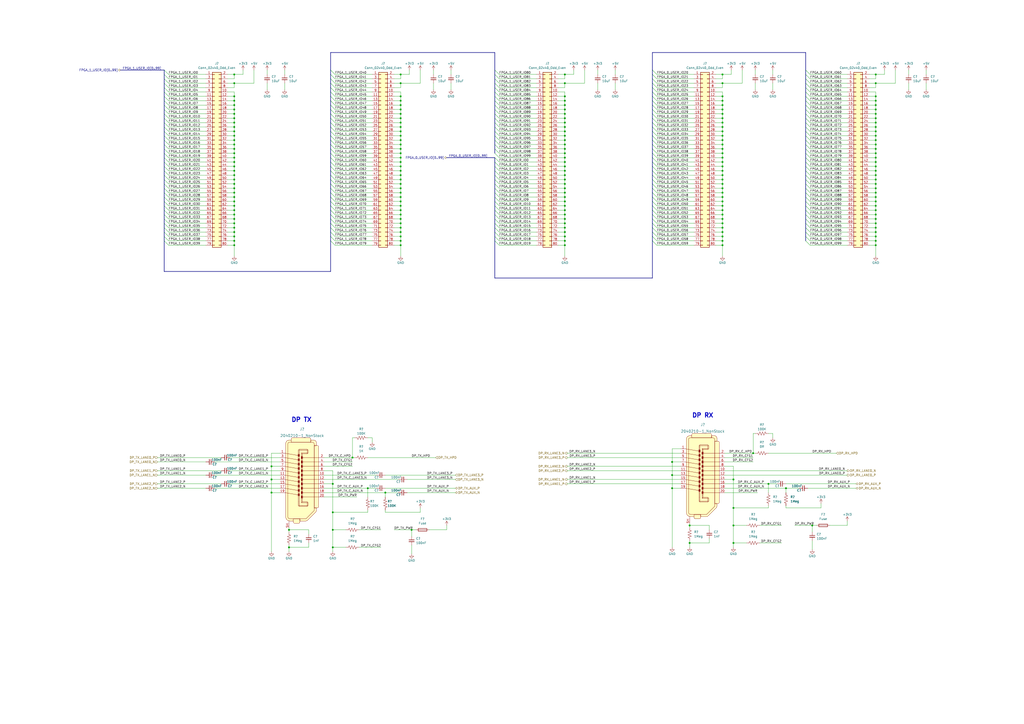
<source format=kicad_sch>
(kicad_sch (version 20211123) (generator eeschema)
  (paper "A2")
  (junction (at 232.41 96.52))
  (junction (at 419.1 119.38))
  (junction (at 508 63.5))
  (junction (at 232.41 116.84))
  (junction (at 157.48 278.13))
  (junction (at 327.66 124.46))
  (junction (at 135.89 81.28))
  (junction (at 419.1 73.66))
  (junction (at 232.41 99.06))
  (junction (at 508 96.52))
  (junction (at 327.66 48.26))
  (junction (at 400.05 314.96))
  (junction (at 232.41 101.6))
  (junction (at 508 66.04))
  (junction (at 135.89 73.66))
  (junction (at 232.41 127))
  (junction (at 419.1 60.96))
  (junction (at 135.89 101.6))
  (junction (at 508 142.24))
  (junction (at 135.89 132.08))
  (junction (at 327.66 81.28))
  (junction (at 419.1 127))
  (junction (at 204.47 265.43))
  (junction (at 508 81.28))
  (junction (at 327.66 119.38))
  (junction (at 135.89 71.12))
  (junction (at 508 91.44))
  (junction (at 135.89 88.9))
  (junction (at 232.41 124.46))
  (junction (at 419.1 109.22))
  (junction (at 135.89 58.42))
  (junction (at 135.89 127))
  (junction (at 419.1 76.2))
  (junction (at 327.66 114.3))
  (junction (at 135.89 96.52))
  (junction (at 508 43.18))
  (junction (at 135.89 55.88))
  (junction (at 327.66 88.9))
  (junction (at 436.88 262.89))
  (junction (at 232.41 111.76))
  (junction (at 327.66 109.22))
  (junction (at 232.41 66.04))
  (junction (at 135.89 66.04))
  (junction (at 135.89 43.18))
  (junction (at 327.66 99.06))
  (junction (at 419.1 96.52))
  (junction (at 232.41 68.58))
  (junction (at 419.1 101.6))
  (junction (at 327.66 68.58))
  (junction (at 232.41 81.28))
  (junction (at 157.48 270.51))
  (junction (at 232.41 58.42))
  (junction (at 327.66 78.74))
  (junction (at 223.52 285.75))
  (junction (at 508 101.6))
  (junction (at 327.66 76.2))
  (junction (at 135.89 76.2))
  (junction (at 135.89 91.44))
  (junction (at 419.1 111.76))
  (junction (at 419.1 134.62))
  (junction (at 327.66 71.12))
  (junction (at 193.04 317.5))
  (junction (at 508 68.58))
  (junction (at 232.41 71.12))
  (junction (at 232.41 63.5))
  (junction (at 419.1 132.08))
  (junction (at 508 48.26))
  (junction (at 327.66 134.62))
  (junction (at 419.1 99.06))
  (junction (at 232.41 114.3))
  (junction (at 167.64 307.34))
  (junction (at 327.66 93.98))
  (junction (at 327.66 121.92))
  (junction (at 419.1 114.3))
  (junction (at 327.66 86.36))
  (junction (at 327.66 137.16))
  (junction (at 419.1 124.46))
  (junction (at 419.1 129.54))
  (junction (at 327.66 101.6))
  (junction (at 327.66 66.04))
  (junction (at 232.41 137.16))
  (junction (at 327.66 142.24))
  (junction (at 419.1 116.84))
  (junction (at 135.89 86.36))
  (junction (at 193.04 280.67))
  (junction (at 135.89 63.5))
  (junction (at 419.1 104.14))
  (junction (at 425.45 294.64))
  (junction (at 508 58.42))
  (junction (at 232.41 86.36))
  (junction (at 232.41 129.54))
  (junction (at 232.41 88.9))
  (junction (at 508 88.9))
  (junction (at 135.89 104.14))
  (junction (at 425.45 314.96))
  (junction (at 232.41 73.66))
  (junction (at 419.1 55.88))
  (junction (at 419.1 106.68))
  (junction (at 135.89 137.16))
  (junction (at 389.89 275.59))
  (junction (at 232.41 132.08))
  (junction (at 135.89 124.46))
  (junction (at 327.66 58.42))
  (junction (at 419.1 68.58))
  (junction (at 508 119.38))
  (junction (at 400.05 304.8))
  (junction (at 135.89 106.68))
  (junction (at 508 129.54))
  (junction (at 508 78.74))
  (junction (at 419.1 43.18))
  (junction (at 193.04 297.18))
  (junction (at 232.41 104.14))
  (junction (at 213.36 283.21))
  (junction (at 389.89 267.97))
  (junction (at 135.89 116.84))
  (junction (at 135.89 134.62))
  (junction (at 508 132.08))
  (junction (at 327.66 139.7))
  (junction (at 419.1 142.24))
  (junction (at 419.1 66.04))
  (junction (at 508 124.46))
  (junction (at 135.89 48.26))
  (junction (at 425.45 278.13))
  (junction (at 455.93 283.21))
  (junction (at 167.64 317.5))
  (junction (at 232.41 43.18))
  (junction (at 327.66 104.14))
  (junction (at 135.89 78.74))
  (junction (at 232.41 139.7))
  (junction (at 135.89 68.58))
  (junction (at 508 106.68))
  (junction (at 419.1 93.98))
  (junction (at 135.89 83.82))
  (junction (at 419.1 91.44))
  (junction (at 327.66 132.08))
  (junction (at 135.89 111.76))
  (junction (at 135.89 119.38))
  (junction (at 135.89 139.7))
  (junction (at 419.1 63.5))
  (junction (at 135.89 121.92))
  (junction (at 508 134.62))
  (junction (at 419.1 139.7))
  (junction (at 419.1 48.26))
  (junction (at 327.66 91.44))
  (junction (at 327.66 96.52))
  (junction (at 135.89 114.3))
  (junction (at 232.41 134.62))
  (junction (at 508 86.36))
  (junction (at 419.1 71.12))
  (junction (at 508 137.16))
  (junction (at 508 99.06))
  (junction (at 157.48 285.75))
  (junction (at 232.41 48.26))
  (junction (at 508 60.96))
  (junction (at 508 111.76))
  (junction (at 327.66 111.76))
  (junction (at 232.41 83.82))
  (junction (at 327.66 127))
  (junction (at 238.76 307.34))
  (junction (at 419.1 58.42))
  (junction (at 471.17 304.8))
  (junction (at 389.89 283.21))
  (junction (at 508 139.7))
  (junction (at 419.1 83.82))
  (junction (at 232.41 121.92))
  (junction (at 508 127))
  (junction (at 327.66 55.88))
  (junction (at 508 83.82))
  (junction (at 327.66 60.96))
  (junction (at 425.45 304.8))
  (junction (at 135.89 93.98))
  (junction (at 445.77 280.67))
  (junction (at 508 104.14))
  (junction (at 232.41 60.96))
  (junction (at 419.1 78.74))
  (junction (at 327.66 116.84))
  (junction (at 135.89 60.96))
  (junction (at 232.41 78.74))
  (junction (at 508 116.84))
  (junction (at 508 76.2))
  (junction (at 193.04 307.34))
  (junction (at 232.41 93.98))
  (junction (at 327.66 43.18))
  (junction (at 419.1 137.16))
  (junction (at 135.89 109.22))
  (junction (at 508 73.66))
  (junction (at 135.89 129.54))
  (junction (at 327.66 73.66))
  (junction (at 327.66 106.68))
  (junction (at 508 71.12))
  (junction (at 419.1 86.36))
  (junction (at 419.1 81.28))
  (junction (at 232.41 91.44))
  (junction (at 135.89 142.24))
  (junction (at 232.41 76.2))
  (junction (at 419.1 121.92))
  (junction (at 232.41 106.68))
  (junction (at 232.41 109.22))
  (junction (at 327.66 63.5))
  (junction (at 419.1 88.9))
  (junction (at 508 55.88))
  (junction (at 327.66 129.54))
  (junction (at 232.41 119.38))
  (junction (at 232.41 55.88))
  (junction (at 508 121.92))
  (junction (at 508 109.22))
  (junction (at 508 93.98))
  (junction (at 327.66 83.82))
  (junction (at 232.41 142.24))
  (junction (at 135.89 99.06))
  (junction (at 508 114.3))
  (bus_entry (at 95.25 60.96) (size 2.54 2.54))
  (bus_entry (at 378.46 139.7) (size 2.54 2.54))
  (bus_entry (at 287.02 73.66) (size 2.54 2.54))
  (bus_entry (at 467.36 66.04) (size 2.54 2.54))
  (bus_entry (at 287.02 91.44) (size 2.54 2.54))
  (bus_entry (at 191.77 88.9) (size 2.54 2.54))
  (bus_entry (at 287.02 55.88) (size 2.54 2.54))
  (bus_entry (at 378.46 58.42) (size 2.54 2.54))
  (bus_entry (at 95.25 96.52) (size 2.54 2.54))
  (bus_entry (at 191.77 104.14) (size 2.54 2.54))
  (bus_entry (at 287.02 129.54) (size 2.54 2.54))
  (bus_entry (at 378.46 68.58) (size 2.54 2.54))
  (bus_entry (at 467.36 96.52) (size 2.54 2.54))
  (bus_entry (at 378.46 134.62) (size 2.54 2.54))
  (bus_entry (at 467.36 116.84) (size 2.54 2.54))
  (bus_entry (at 467.36 111.76) (size 2.54 2.54))
  (bus_entry (at 287.02 53.34) (size 2.54 2.54))
  (bus_entry (at 287.02 50.8) (size 2.54 2.54))
  (bus_entry (at 287.02 40.64) (size 2.54 2.54))
  (bus_entry (at 95.25 45.72) (size 2.54 2.54))
  (bus_entry (at 95.25 76.2) (size 2.54 2.54))
  (bus_entry (at 95.25 121.92) (size 2.54 2.54))
  (bus_entry (at 287.02 93.98) (size 2.54 2.54))
  (bus_entry (at 95.25 63.5) (size 2.54 2.54))
  (bus_entry (at 467.36 60.96) (size 2.54 2.54))
  (bus_entry (at 191.77 121.92) (size 2.54 2.54))
  (bus_entry (at 287.02 134.62) (size 2.54 2.54))
  (bus_entry (at 378.46 137.16) (size 2.54 2.54))
  (bus_entry (at 467.36 99.06) (size 2.54 2.54))
  (bus_entry (at 287.02 81.28) (size 2.54 2.54))
  (bus_entry (at 95.25 58.42) (size 2.54 2.54))
  (bus_entry (at 95.25 91.44) (size 2.54 2.54))
  (bus_entry (at 95.25 116.84) (size 2.54 2.54))
  (bus_entry (at 287.02 124.46) (size 2.54 2.54))
  (bus_entry (at 467.36 93.98) (size 2.54 2.54))
  (bus_entry (at 378.46 50.8) (size 2.54 2.54))
  (bus_entry (at 378.46 124.46) (size 2.54 2.54))
  (bus_entry (at 467.36 121.92) (size 2.54 2.54))
  (bus_entry (at 95.25 139.7) (size 2.54 2.54))
  (bus_entry (at 467.36 63.5) (size 2.54 2.54))
  (bus_entry (at 95.25 101.6) (size 2.54 2.54))
  (bus_entry (at 287.02 139.7) (size 2.54 2.54))
  (bus_entry (at 95.25 88.9) (size 2.54 2.54))
  (bus_entry (at 467.36 58.42) (size 2.54 2.54))
  (bus_entry (at 191.77 106.68) (size 2.54 2.54))
  (bus_entry (at 95.25 106.68) (size 2.54 2.54))
  (bus_entry (at 95.25 104.14) (size 2.54 2.54))
  (bus_entry (at 378.46 53.34) (size 2.54 2.54))
  (bus_entry (at 287.02 66.04) (size 2.54 2.54))
  (bus_entry (at 287.02 63.5) (size 2.54 2.54))
  (bus_entry (at 467.36 124.46) (size 2.54 2.54))
  (bus_entry (at 287.02 109.22) (size 2.54 2.54))
  (bus_entry (at 191.77 63.5) (size 2.54 2.54))
  (bus_entry (at 378.46 76.2) (size 2.54 2.54))
  (bus_entry (at 191.77 124.46) (size 2.54 2.54))
  (bus_entry (at 467.36 73.66) (size 2.54 2.54))
  (bus_entry (at 191.77 81.28) (size 2.54 2.54))
  (bus_entry (at 378.46 99.06) (size 2.54 2.54))
  (bus_entry (at 191.77 139.7) (size 2.54 2.54))
  (bus_entry (at 378.46 43.18) (size 2.54 2.54))
  (bus_entry (at 95.25 114.3) (size 2.54 2.54))
  (bus_entry (at 191.77 78.74) (size 2.54 2.54))
  (bus_entry (at 191.77 96.52) (size 2.54 2.54))
  (bus_entry (at 191.77 91.44) (size 2.54 2.54))
  (bus_entry (at 287.02 111.76) (size 2.54 2.54))
  (bus_entry (at 287.02 114.3) (size 2.54 2.54))
  (bus_entry (at 467.36 78.74) (size 2.54 2.54))
  (bus_entry (at 287.02 45.72) (size 2.54 2.54))
  (bus_entry (at 378.46 116.84) (size 2.54 2.54))
  (bus_entry (at 467.36 68.58) (size 2.54 2.54))
  (bus_entry (at 191.77 68.58) (size 2.54 2.54))
  (bus_entry (at 378.46 78.74) (size 2.54 2.54))
  (bus_entry (at 378.46 91.44) (size 2.54 2.54))
  (bus_entry (at 191.77 119.38) (size 2.54 2.54))
  (bus_entry (at 191.77 83.82) (size 2.54 2.54))
  (bus_entry (at 467.36 137.16) (size 2.54 2.54))
  (bus_entry (at 378.46 132.08) (size 2.54 2.54))
  (bus_entry (at 95.25 78.74) (size 2.54 2.54))
  (bus_entry (at 467.36 132.08) (size 2.54 2.54))
  (bus_entry (at 378.46 106.68) (size 2.54 2.54))
  (bus_entry (at 95.25 109.22) (size 2.54 2.54))
  (bus_entry (at 191.77 93.98) (size 2.54 2.54))
  (bus_entry (at 287.02 104.14) (size 2.54 2.54))
  (bus_entry (at 467.36 109.22) (size 2.54 2.54))
  (bus_entry (at 191.77 60.96) (size 2.54 2.54))
  (bus_entry (at 95.25 127) (size 2.54 2.54))
  (bus_entry (at 378.46 111.76) (size 2.54 2.54))
  (bus_entry (at 287.02 60.96) (size 2.54 2.54))
  (bus_entry (at 287.02 48.26) (size 2.54 2.54))
  (bus_entry (at 95.25 71.12) (size 2.54 2.54))
  (bus_entry (at 287.02 137.16) (size 2.54 2.54))
  (bus_entry (at 467.36 134.62) (size 2.54 2.54))
  (bus_entry (at 191.77 55.88) (size 2.54 2.54))
  (bus_entry (at 378.46 63.5) (size 2.54 2.54))
  (bus_entry (at 95.25 111.76) (size 2.54 2.54))
  (bus_entry (at 95.25 53.34) (size 2.54 2.54))
  (bus_entry (at 95.25 86.36) (size 2.54 2.54))
  (bus_entry (at 467.36 127) (size 2.54 2.54))
  (bus_entry (at 191.77 66.04) (size 2.54 2.54))
  (bus_entry (at 287.02 127) (size 2.54 2.54))
  (bus_entry (at 467.36 86.36) (size 2.54 2.54))
  (bus_entry (at 191.77 58.42) (size 2.54 2.54))
  (bus_entry (at 191.77 129.54) (size 2.54 2.54))
  (bus_entry (at 287.02 99.06) (size 2.54 2.54))
  (bus_entry (at 191.77 101.6) (size 2.54 2.54))
  (bus_entry (at 378.46 127) (size 2.54 2.54))
  (bus_entry (at 467.36 101.6) (size 2.54 2.54))
  (bus_entry (at 287.02 96.52) (size 2.54 2.54))
  (bus_entry (at 467.36 114.3) (size 2.54 2.54))
  (bus_entry (at 191.77 45.72) (size 2.54 2.54))
  (bus_entry (at 95.25 83.82) (size 2.54 2.54))
  (bus_entry (at 287.02 106.68) (size 2.54 2.54))
  (bus_entry (at 378.46 109.22) (size 2.54 2.54))
  (bus_entry (at 378.46 114.3) (size 2.54 2.54))
  (bus_entry (at 191.77 71.12) (size 2.54 2.54))
  (bus_entry (at 287.02 121.92) (size 2.54 2.54))
  (bus_entry (at 191.77 116.84) (size 2.54 2.54))
  (bus_entry (at 378.46 104.14) (size 2.54 2.54))
  (bus_entry (at 95.25 129.54) (size 2.54 2.54))
  (bus_entry (at 95.25 132.08) (size 2.54 2.54))
  (bus_entry (at 467.36 88.9) (size 2.54 2.54))
  (bus_entry (at 287.02 116.84) (size 2.54 2.54))
  (bus_entry (at 287.02 76.2) (size 2.54 2.54))
  (bus_entry (at 95.25 99.06) (size 2.54 2.54))
  (bus_entry (at 287.02 83.82) (size 2.54 2.54))
  (bus_entry (at 191.77 86.36) (size 2.54 2.54))
  (bus_entry (at 95.25 73.66) (size 2.54 2.54))
  (bus_entry (at 467.36 43.18) (size 2.54 2.54))
  (bus_entry (at 467.36 40.64) (size 2.54 2.54))
  (bus_entry (at 95.25 40.64) (size 2.54 2.54))
  (bus_entry (at 467.36 106.68) (size 2.54 2.54))
  (bus_entry (at 191.77 134.62) (size 2.54 2.54))
  (bus_entry (at 95.25 134.62) (size 2.54 2.54))
  (bus_entry (at 378.46 48.26) (size 2.54 2.54))
  (bus_entry (at 191.77 114.3) (size 2.54 2.54))
  (bus_entry (at 467.36 76.2) (size 2.54 2.54))
  (bus_entry (at 95.25 55.88) (size 2.54 2.54))
  (bus_entry (at 378.46 129.54) (size 2.54 2.54))
  (bus_entry (at 467.36 83.82) (size 2.54 2.54))
  (bus_entry (at 191.77 53.34) (size 2.54 2.54))
  (bus_entry (at 287.02 71.12) (size 2.54 2.54))
  (bus_entry (at 467.36 139.7) (size 2.54 2.54))
  (bus_entry (at 191.77 132.08) (size 2.54 2.54))
  (bus_entry (at 378.46 71.12) (size 2.54 2.54))
  (bus_entry (at 95.25 68.58) (size 2.54 2.54))
  (bus_entry (at 191.77 111.76) (size 2.54 2.54))
  (bus_entry (at 467.36 71.12) (size 2.54 2.54))
  (bus_entry (at 378.46 121.92) (size 2.54 2.54))
  (bus_entry (at 467.36 129.54) (size 2.54 2.54))
  (bus_entry (at 191.77 109.22) (size 2.54 2.54))
  (bus_entry (at 378.46 45.72) (size 2.54 2.54))
  (bus_entry (at 287.02 43.18) (size 2.54 2.54))
  (bus_entry (at 95.25 50.8) (size 2.54 2.54))
  (bus_entry (at 287.02 132.08) (size 2.54 2.54))
  (bus_entry (at 95.25 119.38) (size 2.54 2.54))
  (bus_entry (at 191.77 127) (size 2.54 2.54))
  (bus_entry (at 378.46 66.04) (size 2.54 2.54))
  (bus_entry (at 467.36 91.44) (size 2.54 2.54))
  (bus_entry (at 467.36 55.88) (size 2.54 2.54))
  (bus_entry (at 287.02 86.36) (size 2.54 2.54))
  (bus_entry (at 378.46 83.82) (size 2.54 2.54))
  (bus_entry (at 95.25 137.16) (size 2.54 2.54))
  (bus_entry (at 467.36 119.38) (size 2.54 2.54))
  (bus_entry (at 191.77 137.16) (size 2.54 2.54))
  (bus_entry (at 191.77 50.8) (size 2.54 2.54))
  (bus_entry (at 378.46 73.66) (size 2.54 2.54))
  (bus_entry (at 191.77 43.18) (size 2.54 2.54))
  (bus_entry (at 467.36 50.8) (size 2.54 2.54))
  (bus_entry (at 467.36 53.34) (size 2.54 2.54))
  (bus_entry (at 378.46 93.98) (size 2.54 2.54))
  (bus_entry (at 378.46 96.52) (size 2.54 2.54))
  (bus_entry (at 287.02 119.38) (size 2.54 2.54))
  (bus_entry (at 287.02 101.6) (size 2.54 2.54))
  (bus_entry (at 467.36 45.72) (size 2.54 2.54))
  (bus_entry (at 378.46 81.28) (size 2.54 2.54))
  (bus_entry (at 287.02 68.58) (size 2.54 2.54))
  (bus_entry (at 95.25 81.28) (size 2.54 2.54))
  (bus_entry (at 191.77 73.66) (size 2.54 2.54))
  (bus_entry (at 378.46 101.6) (size 2.54 2.54))
  (bus_entry (at 378.46 55.88) (size 2.54 2.54))
  (bus_entry (at 378.46 119.38) (size 2.54 2.54))
  (bus_entry (at 191.77 76.2) (size 2.54 2.54))
  (bus_entry (at 191.77 40.64) (size 2.54 2.54))
  (bus_entry (at 378.46 88.9) (size 2.54 2.54))
  (bus_entry (at 95.25 43.18) (size 2.54 2.54))
  (bus_entry (at 467.36 48.26) (size 2.54 2.54))
  (bus_entry (at 378.46 60.96) (size 2.54 2.54))
  (bus_entry (at 95.25 93.98) (size 2.54 2.54))
  (bus_entry (at 191.77 99.06) (size 2.54 2.54))
  (bus_entry (at 287.02 88.9) (size 2.54 2.54))
  (bus_entry (at 287.02 58.42) (size 2.54 2.54))
  (bus_entry (at 378.46 86.36) (size 2.54 2.54))
  (bus_entry (at 287.02 78.74) (size 2.54 2.54))
  (bus_entry (at 467.36 81.28) (size 2.54 2.54))
  (bus_entry (at 95.25 66.04) (size 2.54 2.54))
  (bus_entry (at 467.36 104.14) (size 2.54 2.54))
  (bus_entry (at 95.25 48.26) (size 2.54 2.54))
  (bus_entry (at 378.46 40.64) (size 2.54 2.54))
  (bus_entry (at 95.25 124.46) (size 2.54 2.54))
  (bus_entry (at 191.77 48.26) (size 2.54 2.54))
  (wire (pts (xy 411.48 314.96) (xy 411.48 312.42)))
  (wire (pts (xy 232.41 83.82) (xy 232.41 86.36)))
  (wire (pts (xy 419.1 101.6) (xy 415.29 101.6)))
  (wire (pts (xy 469.9 101.6) (xy 491.49 101.6)))
  (wire (pts (xy 430.53 40.64) (xy 430.53 48.26)))
  (bus (pts (xy 191.77 40.64) (xy 191.77 43.18)))
  (wire (pts (xy 328.93 265.43) (xy 394.97 265.43)))
  (wire (pts (xy 420.37 262.89) (xy 436.88 262.89)))
  (wire (pts (xy 469.9 93.98) (xy 491.49 93.98)))
  (wire (pts (xy 97.79 121.92) (xy 119.38 121.92)))
  (wire (pts (xy 461.01 304.8) (xy 471.17 304.8)))
  (wire (pts (xy 419.1 86.36) (xy 415.29 86.36)))
  (wire (pts (xy 237.49 40.64) (xy 237.49 43.18)))
  (wire (pts (xy 194.31 88.9) (xy 215.9 88.9)))
  (wire (pts (xy 232.41 63.5) (xy 232.41 66.04)))
  (wire (pts (xy 419.1 124.46) (xy 415.29 124.46)))
  (wire (pts (xy 97.79 48.26) (xy 119.38 48.26)))
  (wire (pts (xy 469.9 91.44) (xy 491.49 91.44)))
  (bus (pts (xy 95.25 48.26) (xy 95.25 45.72)))
  (wire (pts (xy 469.9 121.92) (xy 491.49 121.92)))
  (wire (pts (xy 471.17 313.69) (xy 471.17 318.77)))
  (wire (pts (xy 135.89 96.52) (xy 135.89 99.06)))
  (wire (pts (xy 228.6 307.34) (xy 238.76 307.34)))
  (bus (pts (xy 378.46 45.72) (xy 378.46 43.18)))
  (wire (pts (xy 400.05 304.8) (xy 400.05 306.07)))
  (wire (pts (xy 327.66 58.42) (xy 323.85 58.42)))
  (wire (pts (xy 213.36 283.21) (xy 213.36 288.29)))
  (wire (pts (xy 445.77 262.89) (xy 485.14 262.89)))
  (wire (pts (xy 135.89 99.06) (xy 132.08 99.06)))
  (bus (pts (xy 287.02 137.16) (xy 287.02 139.7)))
  (bus (pts (xy 378.46 93.98) (xy 378.46 91.44)))
  (bus (pts (xy 191.77 58.42) (xy 191.77 60.96)))
  (wire (pts (xy 381 114.3) (xy 402.59 114.3)))
  (wire (pts (xy 97.79 63.5) (xy 119.38 63.5)))
  (wire (pts (xy 508 101.6) (xy 508 104.14)))
  (wire (pts (xy 419.1 63.5) (xy 419.1 66.04)))
  (wire (pts (xy 332.74 40.64) (xy 332.74 43.18)))
  (wire (pts (xy 508 132.08) (xy 508 134.62)))
  (wire (pts (xy 469.9 53.34) (xy 491.49 53.34)))
  (wire (pts (xy 508 139.7) (xy 504.19 139.7)))
  (wire (pts (xy 508 111.76) (xy 508 114.3)))
  (wire (pts (xy 194.31 73.66) (xy 215.9 73.66)))
  (wire (pts (xy 232.41 104.14) (xy 232.41 106.68)))
  (bus (pts (xy 191.77 116.84) (xy 191.77 119.38)))
  (wire (pts (xy 381 127) (xy 402.59 127)))
  (wire (pts (xy 289.56 81.28) (xy 311.15 81.28)))
  (wire (pts (xy 419.1 68.58) (xy 419.1 71.12)))
  (wire (pts (xy 232.41 60.96) (xy 232.41 63.5)))
  (bus (pts (xy 287.02 114.3) (xy 287.02 116.84)))
  (wire (pts (xy 289.56 121.92) (xy 311.15 121.92)))
  (wire (pts (xy 327.66 73.66) (xy 327.66 76.2)))
  (wire (pts (xy 327.66 124.46) (xy 323.85 124.46)))
  (wire (pts (xy 194.31 96.52) (xy 215.9 96.52)))
  (wire (pts (xy 194.31 86.36) (xy 215.9 86.36)))
  (wire (pts (xy 469.9 139.7) (xy 491.49 139.7)))
  (wire (pts (xy 508 58.42) (xy 504.19 58.42)))
  (wire (pts (xy 389.89 283.21) (xy 389.89 317.5)))
  (wire (pts (xy 508 111.76) (xy 504.19 111.76)))
  (wire (pts (xy 469.9 106.68) (xy 491.49 106.68)))
  (wire (pts (xy 327.66 43.18) (xy 332.74 43.18)))
  (bus (pts (xy 287.02 45.72) (xy 287.02 48.26)))
  (wire (pts (xy 133.35 280.67) (xy 162.56 280.67)))
  (wire (pts (xy 135.89 83.82) (xy 132.08 83.82)))
  (wire (pts (xy 97.79 86.36) (xy 119.38 86.36)))
  (wire (pts (xy 419.1 99.06) (xy 419.1 101.6)))
  (bus (pts (xy 467.36 129.54) (xy 467.36 132.08)))
  (wire (pts (xy 508 71.12) (xy 508 73.66)))
  (wire (pts (xy 508 66.04) (xy 508 68.58)))
  (wire (pts (xy 327.66 111.76) (xy 323.85 111.76)))
  (wire (pts (xy 232.41 96.52) (xy 228.6 96.52)))
  (bus (pts (xy 287.02 119.38) (xy 287.02 121.92)))
  (wire (pts (xy 97.79 127) (xy 119.38 127)))
  (wire (pts (xy 508 96.52) (xy 504.19 96.52)))
  (bus (pts (xy 95.25 45.72) (xy 95.25 43.18)))
  (wire (pts (xy 327.66 106.68) (xy 327.66 109.22)))
  (wire (pts (xy 187.96 270.51) (xy 204.47 270.51)))
  (wire (pts (xy 167.64 307.34) (xy 167.64 308.61)))
  (wire (pts (xy 425.45 270.51) (xy 425.45 278.13)))
  (wire (pts (xy 232.41 76.2) (xy 232.41 78.74)))
  (bus (pts (xy 467.36 60.96) (xy 467.36 63.5)))
  (bus (pts (xy 378.46 81.28) (xy 378.46 78.74)))
  (wire (pts (xy 193.04 307.34) (xy 193.04 317.5)))
  (bus (pts (xy 287.02 161.29) (xy 378.46 161.29)))
  (wire (pts (xy 419.1 60.96) (xy 419.1 63.5)))
  (wire (pts (xy 154.94 40.64) (xy 154.94 43.18)))
  (wire (pts (xy 135.89 88.9) (xy 132.08 88.9)))
  (wire (pts (xy 135.89 63.5) (xy 135.89 66.04)))
  (wire (pts (xy 419.1 81.28) (xy 419.1 83.82)))
  (bus (pts (xy 378.46 111.76) (xy 378.46 109.22)))
  (bus (pts (xy 287.02 121.92) (xy 287.02 124.46)))
  (wire (pts (xy 213.36 295.91) (xy 213.36 297.18)))
  (wire (pts (xy 232.41 137.16) (xy 232.41 139.7)))
  (wire (pts (xy 135.89 124.46) (xy 132.08 124.46)))
  (bus (pts (xy 378.46 76.2) (xy 378.46 73.66)))
  (wire (pts (xy 419.1 45.72) (xy 419.1 43.18)))
  (wire (pts (xy 508 104.14) (xy 508 106.68)))
  (wire (pts (xy 469.9 83.82) (xy 491.49 83.82)))
  (wire (pts (xy 419.1 71.12) (xy 415.29 71.12)))
  (wire (pts (xy 508 88.9) (xy 504.19 88.9)))
  (wire (pts (xy 232.41 43.18) (xy 237.49 43.18)))
  (wire (pts (xy 135.89 127) (xy 135.89 129.54)))
  (wire (pts (xy 327.66 55.88) (xy 323.85 55.88)))
  (wire (pts (xy 135.89 78.74) (xy 135.89 81.28)))
  (wire (pts (xy 419.1 106.68) (xy 415.29 106.68)))
  (wire (pts (xy 135.89 127) (xy 132.08 127)))
  (wire (pts (xy 508 109.22) (xy 508 111.76)))
  (wire (pts (xy 194.31 68.58) (xy 215.9 68.58)))
  (wire (pts (xy 508 93.98) (xy 508 96.52)))
  (wire (pts (xy 455.93 294.64) (xy 476.25 294.64)))
  (wire (pts (xy 289.56 124.46) (xy 311.15 124.46)))
  (wire (pts (xy 289.56 76.2) (xy 311.15 76.2)))
  (wire (pts (xy 496.57 280.67) (xy 455.93 280.67)))
  (wire (pts (xy 135.89 121.92) (xy 132.08 121.92)))
  (wire (pts (xy 97.79 142.24) (xy 119.38 142.24)))
  (wire (pts (xy 323.85 50.8) (xy 327.66 50.8)))
  (wire (pts (xy 508 106.68) (xy 504.19 106.68)))
  (wire (pts (xy 419.1 119.38) (xy 419.1 121.92)))
  (wire (pts (xy 419.1 60.96) (xy 415.29 60.96)))
  (wire (pts (xy 243.84 294.64) (xy 243.84 297.18)))
  (wire (pts (xy 508 43.18) (xy 513.08 43.18)))
  (wire (pts (xy 215.9 254) (xy 215.9 256.54)))
  (wire (pts (xy 394.97 260.35) (xy 389.89 260.35)))
  (wire (pts (xy 469.9 137.16) (xy 491.49 137.16)))
  (wire (pts (xy 419.1 142.24) (xy 419.1 148.59)))
  (wire (pts (xy 327.66 121.92) (xy 323.85 121.92)))
  (wire (pts (xy 491.49 302.26) (xy 491.49 304.8)))
  (bus (pts (xy 467.36 109.22) (xy 467.36 111.76)))
  (bus (pts (xy 95.25 127) (xy 95.25 124.46)))
  (wire (pts (xy 157.48 285.75) (xy 162.56 285.75)))
  (wire (pts (xy 381 86.36) (xy 402.59 86.36)))
  (bus (pts (xy 95.25 76.2) (xy 95.25 73.66)))
  (wire (pts (xy 425.45 304.8) (xy 425.45 314.96)))
  (wire (pts (xy 327.66 132.08) (xy 323.85 132.08)))
  (wire (pts (xy 132.08 43.18) (xy 135.89 43.18)))
  (wire (pts (xy 415.29 50.8) (xy 419.1 50.8)))
  (wire (pts (xy 179.07 317.5) (xy 179.07 314.96)))
  (wire (pts (xy 508 114.3) (xy 504.19 114.3)))
  (wire (pts (xy 97.79 109.22) (xy 119.38 109.22)))
  (wire (pts (xy 381 83.82) (xy 402.59 83.82)))
  (wire (pts (xy 232.41 50.8) (xy 232.41 48.26)))
  (wire (pts (xy 469.9 60.96) (xy 491.49 60.96)))
  (wire (pts (xy 135.89 50.8) (xy 135.89 48.26)))
  (wire (pts (xy 469.9 127) (xy 491.49 127)))
  (wire (pts (xy 327.66 104.14) (xy 323.85 104.14)))
  (wire (pts (xy 327.66 71.12) (xy 327.66 73.66)))
  (wire (pts (xy 264.16 275.59) (xy 223.52 275.59)))
  (wire (pts (xy 438.15 48.26) (xy 438.15 52.07)))
  (wire (pts (xy 469.9 104.14) (xy 491.49 104.14)))
  (wire (pts (xy 381 48.26) (xy 402.59 48.26)))
  (wire (pts (xy 327.66 81.28) (xy 327.66 83.82)))
  (bus (pts (xy 287.02 30.48) (xy 287.02 40.64)))
  (wire (pts (xy 135.89 114.3) (xy 132.08 114.3)))
  (wire (pts (xy 508 86.36) (xy 508 88.9)))
  (wire (pts (xy 508 68.58) (xy 508 71.12)))
  (bus (pts (xy 467.36 43.18) (xy 467.36 45.72)))
  (wire (pts (xy 232.41 81.28) (xy 228.6 81.28)))
  (wire (pts (xy 327.66 114.3) (xy 323.85 114.3)))
  (bus (pts (xy 287.02 106.68) (xy 287.02 109.22)))
  (wire (pts (xy 135.89 66.04) (xy 135.89 68.58)))
  (wire (pts (xy 264.16 278.13) (xy 236.22 278.13)))
  (wire (pts (xy 508 142.24) (xy 508 148.59)))
  (wire (pts (xy 419.1 114.3) (xy 419.1 116.84)))
  (wire (pts (xy 97.79 139.7) (xy 119.38 139.7)))
  (wire (pts (xy 381 63.5) (xy 402.59 63.5)))
  (wire (pts (xy 508 76.2) (xy 508 78.74)))
  (wire (pts (xy 419.1 111.76) (xy 415.29 111.76)))
  (wire (pts (xy 448.31 40.64) (xy 448.31 43.18)))
  (wire (pts (xy 327.66 134.62) (xy 323.85 134.62)))
  (wire (pts (xy 424.18 40.64) (xy 424.18 43.18)))
  (wire (pts (xy 419.1 76.2) (xy 415.29 76.2)))
  (wire (pts (xy 327.66 83.82) (xy 327.66 86.36)))
  (wire (pts (xy 232.41 63.5) (xy 228.6 63.5)))
  (wire (pts (xy 327.66 101.6) (xy 323.85 101.6)))
  (wire (pts (xy 97.79 53.34) (xy 119.38 53.34)))
  (wire (pts (xy 97.79 58.42) (xy 119.38 58.42)))
  (wire (pts (xy 508 137.16) (xy 504.19 137.16)))
  (wire (pts (xy 471.17 304.8) (xy 473.71 304.8)))
  (wire (pts (xy 289.56 45.72) (xy 311.15 45.72)))
  (wire (pts (xy 328.93 273.05) (xy 394.97 273.05)))
  (bus (pts (xy 378.46 60.96) (xy 378.46 58.42)))
  (wire (pts (xy 419.1 101.6) (xy 419.1 104.14)))
  (bus (pts (xy 378.46 161.29) (xy 378.46 139.7)))
  (wire (pts (xy 328.93 280.67) (xy 394.97 280.67)))
  (wire (pts (xy 251.46 48.26) (xy 251.46 52.07)))
  (wire (pts (xy 232.41 124.46) (xy 232.41 127)))
  (wire (pts (xy 140.97 40.64) (xy 140.97 43.18)))
  (wire (pts (xy 232.41 142.24) (xy 232.41 148.59)))
  (wire (pts (xy 135.89 93.98) (xy 132.08 93.98)))
  (bus (pts (xy 95.25 137.16) (xy 95.25 134.62)))
  (wire (pts (xy 232.41 132.08) (xy 228.6 132.08)))
  (bus (pts (xy 467.36 71.12) (xy 467.36 73.66)))
  (wire (pts (xy 193.04 273.05) (xy 193.04 280.67)))
  (wire (pts (xy 327.66 142.24) (xy 323.85 142.24)))
  (wire (pts (xy 448.31 48.26) (xy 448.31 52.07)))
  (wire (pts (xy 157.48 278.13) (xy 162.56 278.13)))
  (bus (pts (xy 287.02 96.52) (xy 287.02 99.06)))
  (bus (pts (xy 191.77 111.76) (xy 191.77 114.3)))
  (wire (pts (xy 469.9 114.3) (xy 491.49 114.3)))
  (wire (pts (xy 346.71 40.64) (xy 346.71 43.18)))
  (wire (pts (xy 455.93 293.37) (xy 455.93 294.64)))
  (wire (pts (xy 469.9 111.76) (xy 491.49 111.76)))
  (wire (pts (xy 232.41 76.2) (xy 228.6 76.2)))
  (wire (pts (xy 419.1 68.58) (xy 415.29 68.58)))
  (wire (pts (xy 228.6 45.72) (xy 232.41 45.72)))
  (wire (pts (xy 135.89 106.68) (xy 132.08 106.68)))
  (wire (pts (xy 97.79 119.38) (xy 119.38 119.38)))
  (bus (pts (xy 287.02 93.98) (xy 287.02 96.52)))
  (wire (pts (xy 425.45 314.96) (xy 425.45 317.5)))
  (wire (pts (xy 194.31 60.96) (xy 215.9 60.96)))
  (bus (pts (xy 191.77 99.06) (xy 191.77 101.6)))
  (wire (pts (xy 289.56 55.88) (xy 311.15 55.88)))
  (wire (pts (xy 469.9 86.36) (xy 491.49 86.36)))
  (wire (pts (xy 469.9 134.62) (xy 491.49 134.62)))
  (wire (pts (xy 381 76.2) (xy 402.59 76.2)))
  (wire (pts (xy 327.66 104.14) (xy 327.66 106.68)))
  (wire (pts (xy 508 60.96) (xy 508 63.5)))
  (wire (pts (xy 97.79 129.54) (xy 119.38 129.54)))
  (wire (pts (xy 205.74 254) (xy 204.47 254)))
  (wire (pts (xy 327.66 73.66) (xy 323.85 73.66)))
  (bus (pts (xy 95.25 157.48) (xy 191.77 157.48)))
  (wire (pts (xy 157.48 270.51) (xy 162.56 270.51)))
  (bus (pts (xy 95.25 132.08) (xy 95.25 129.54)))
  (bus (pts (xy 467.36 45.72) (xy 467.36 48.26)))
  (wire (pts (xy 469.9 124.46) (xy 491.49 124.46)))
  (wire (pts (xy 232.41 142.24) (xy 228.6 142.24)))
  (wire (pts (xy 232.41 93.98) (xy 228.6 93.98)))
  (wire (pts (xy 135.89 43.18) (xy 140.97 43.18)))
  (wire (pts (xy 381 55.88) (xy 402.59 55.88)))
  (wire (pts (xy 445.77 251.46) (xy 448.31 251.46)))
  (wire (pts (xy 419.1 121.92) (xy 415.29 121.92)))
  (wire (pts (xy 419.1 111.76) (xy 419.1 114.3)))
  (wire (pts (xy 135.89 68.58) (xy 135.89 71.12)))
  (bus (pts (xy 191.77 30.48) (xy 287.02 30.48)))
  (wire (pts (xy 232.41 60.96) (xy 228.6 60.96)))
  (bus (pts (xy 287.02 71.12) (xy 287.02 73.66)))
  (wire (pts (xy 289.56 134.62) (xy 311.15 134.62)))
  (wire (pts (xy 259.08 304.8) (xy 259.08 307.34)))
  (bus (pts (xy 191.77 71.12) (xy 191.77 73.66)))
  (wire (pts (xy 381 132.08) (xy 402.59 132.08)))
  (bus (pts (xy 95.25 63.5) (xy 95.25 60.96)))
  (wire (pts (xy 289.56 53.34) (xy 311.15 53.34)))
  (bus (pts (xy 378.46 104.14) (xy 378.46 101.6)))
  (wire (pts (xy 425.45 278.13) (xy 425.45 294.64)))
  (wire (pts (xy 167.64 317.5) (xy 167.64 320.04)))
  (wire (pts (xy 97.79 96.52) (xy 119.38 96.52)))
  (wire (pts (xy 327.66 134.62) (xy 327.66 137.16)))
  (bus (pts (xy 191.77 78.74) (xy 191.77 81.28)))
  (wire (pts (xy 232.41 86.36) (xy 228.6 86.36)))
  (wire (pts (xy 419.1 58.42) (xy 419.1 60.96)))
  (wire (pts (xy 419.1 114.3) (xy 415.29 114.3)))
  (wire (pts (xy 179.07 309.88) (xy 179.07 307.34)))
  (wire (pts (xy 97.79 43.18) (xy 119.38 43.18)))
  (bus (pts (xy 467.36 88.9) (xy 467.36 91.44)))
  (wire (pts (xy 508 109.22) (xy 504.19 109.22)))
  (wire (pts (xy 232.41 78.74) (xy 228.6 78.74)))
  (wire (pts (xy 97.79 68.58) (xy 119.38 68.58)))
  (bus (pts (xy 467.36 53.34) (xy 467.36 55.88)))
  (bus (pts (xy 467.36 63.5) (xy 467.36 66.04)))
  (wire (pts (xy 135.89 73.66) (xy 132.08 73.66)))
  (bus (pts (xy 287.02 55.88) (xy 287.02 58.42)))
  (bus (pts (xy 191.77 106.68) (xy 191.77 109.22)))
  (bus (pts (xy 191.77 109.22) (xy 191.77 111.76)))
  (wire (pts (xy 327.66 142.24) (xy 327.66 148.59)))
  (wire (pts (xy 289.56 88.9) (xy 311.15 88.9)))
  (wire (pts (xy 419.1 139.7) (xy 415.29 139.7)))
  (bus (pts (xy 378.46 88.9) (xy 378.46 86.36)))
  (wire (pts (xy 328.93 262.89) (xy 394.97 262.89)))
  (wire (pts (xy 133.35 273.05) (xy 162.56 273.05)))
  (wire (pts (xy 232.41 137.16) (xy 228.6 137.16)))
  (bus (pts (xy 378.46 124.46) (xy 378.46 121.92)))
  (wire (pts (xy 232.41 66.04) (xy 228.6 66.04)))
  (wire (pts (xy 232.41 132.08) (xy 232.41 134.62)))
  (bus (pts (xy 95.25 88.9) (xy 95.25 86.36)))
  (bus (pts (xy 95.25 71.12) (xy 95.25 68.58)))
  (bus (pts (xy 467.36 101.6) (xy 467.36 104.14)))
  (wire (pts (xy 519.43 40.64) (xy 519.43 48.26)))
  (wire (pts (xy 381 66.04) (xy 402.59 66.04)))
  (wire (pts (xy 264.16 285.75) (xy 236.22 285.75)))
  (wire (pts (xy 389.89 267.97) (xy 389.89 275.59)))
  (bus (pts (xy 378.46 119.38) (xy 378.46 116.84)))
  (wire (pts (xy 194.31 83.82) (xy 215.9 83.82)))
  (bus (pts (xy 287.02 127) (xy 287.02 129.54)))
  (bus (pts (xy 378.46 66.04) (xy 378.46 63.5)))
  (bus (pts (xy 378.46 137.16) (xy 378.46 134.62)))
  (wire (pts (xy 232.41 111.76) (xy 232.41 114.3)))
  (wire (pts (xy 327.66 109.22) (xy 327.66 111.76)))
  (wire (pts (xy 327.66 91.44) (xy 327.66 93.98)))
  (wire (pts (xy 193.04 297.18) (xy 193.04 307.34)))
  (wire (pts (xy 419.1 109.22) (xy 415.29 109.22)))
  (bus (pts (xy 467.36 40.64) (xy 467.36 43.18)))
  (wire (pts (xy 91.44 267.97) (xy 119.38 267.97)))
  (wire (pts (xy 228.6 43.18) (xy 232.41 43.18)))
  (wire (pts (xy 508 124.46) (xy 504.19 124.46)))
  (wire (pts (xy 419.1 48.26) (xy 415.29 48.26)))
  (bus (pts (xy 467.36 91.44) (xy 467.36 93.98)))
  (wire (pts (xy 419.1 134.62) (xy 415.29 134.62)))
  (wire (pts (xy 97.79 78.74) (xy 119.38 78.74)))
  (wire (pts (xy 469.9 71.12) (xy 491.49 71.12)))
  (wire (pts (xy 135.89 101.6) (xy 135.89 104.14)))
  (wire (pts (xy 389.89 260.35) (xy 389.89 267.97)))
  (wire (pts (xy 508 68.58) (xy 504.19 68.58)))
  (bus (pts (xy 378.46 30.48) (xy 467.36 30.48)))
  (wire (pts (xy 135.89 134.62) (xy 135.89 137.16)))
  (wire (pts (xy 419.1 127) (xy 419.1 129.54)))
  (bus (pts (xy 191.77 129.54) (xy 191.77 132.08)))
  (wire (pts (xy 135.89 99.06) (xy 135.89 101.6)))
  (bus (pts (xy 95.25 109.22) (xy 95.25 106.68)))
  (wire (pts (xy 415.29 45.72) (xy 419.1 45.72)))
  (bus (pts (xy 191.77 96.52) (xy 191.77 99.06)))
  (wire (pts (xy 97.79 45.72) (xy 119.38 45.72)))
  (wire (pts (xy 440.69 304.8) (xy 453.39 304.8)))
  (bus (pts (xy 287.02 139.7) (xy 287.02 161.29)))
  (wire (pts (xy 327.66 66.04) (xy 323.85 66.04)))
  (wire (pts (xy 508 78.74) (xy 508 81.28)))
  (wire (pts (xy 420.37 270.51) (xy 425.45 270.51)))
  (bus (pts (xy 378.46 91.44) (xy 378.46 88.9)))
  (wire (pts (xy 194.31 109.22) (xy 215.9 109.22)))
  (wire (pts (xy 232.41 53.34) (xy 232.41 55.88)))
  (wire (pts (xy 223.52 285.75) (xy 223.52 288.29)))
  (wire (pts (xy 194.31 43.18) (xy 215.9 43.18)))
  (wire (pts (xy 135.89 134.62) (xy 132.08 134.62)))
  (wire (pts (xy 328.93 278.13) (xy 394.97 278.13)))
  (wire (pts (xy 243.84 40.64) (xy 243.84 48.26)))
  (wire (pts (xy 508 91.44) (xy 504.19 91.44)))
  (wire (pts (xy 135.89 60.96) (xy 135.89 63.5)))
  (wire (pts (xy 289.56 71.12) (xy 311.15 71.12)))
  (wire (pts (xy 508 129.54) (xy 504.19 129.54)))
  (wire (pts (xy 508 142.24) (xy 504.19 142.24)))
  (wire (pts (xy 135.89 114.3) (xy 135.89 116.84)))
  (bus (pts (xy 191.77 88.9) (xy 191.77 91.44)))
  (wire (pts (xy 327.66 88.9) (xy 327.66 91.44)))
  (wire (pts (xy 508 119.38) (xy 504.19 119.38)))
  (wire (pts (xy 194.31 91.44) (xy 215.9 91.44)))
  (wire (pts (xy 420.37 283.21) (xy 455.93 283.21)))
  (wire (pts (xy 327.66 93.98) (xy 327.66 96.52)))
  (wire (pts (xy 327.66 76.2) (xy 327.66 78.74)))
  (wire (pts (xy 420.37 285.75) (xy 439.42 285.75)))
  (wire (pts (xy 232.41 101.6) (xy 228.6 101.6)))
  (bus (pts (xy 191.77 127) (xy 191.77 129.54)))
  (bus (pts (xy 467.36 111.76) (xy 467.36 114.3)))
  (wire (pts (xy 419.1 86.36) (xy 419.1 88.9)))
  (bus (pts (xy 467.36 124.46) (xy 467.36 127)))
  (wire (pts (xy 187.96 275.59) (xy 218.44 275.59)))
  (wire (pts (xy 415.29 43.18) (xy 419.1 43.18)))
  (wire (pts (xy 508 137.16) (xy 508 139.7)))
  (bus (pts (xy 95.25 134.62) (xy 95.25 132.08)))
  (wire (pts (xy 194.31 111.76) (xy 215.9 111.76)))
  (wire (pts (xy 327.66 139.7) (xy 327.66 142.24)))
  (wire (pts (xy 261.62 40.64) (xy 261.62 43.18)))
  (wire (pts (xy 445.77 293.37) (xy 445.77 294.64)))
  (wire (pts (xy 132.08 50.8) (xy 135.89 50.8)))
  (wire (pts (xy 481.33 304.8) (xy 491.49 304.8)))
  (wire (pts (xy 508 45.72) (xy 508 43.18)))
  (wire (pts (xy 389.89 267.97) (xy 394.97 267.97)))
  (wire (pts (xy 194.31 127) (xy 215.9 127)))
  (wire (pts (xy 232.41 116.84) (xy 232.41 119.38)))
  (wire (pts (xy 469.9 81.28) (xy 491.49 81.28)))
  (wire (pts (xy 135.89 73.66) (xy 135.89 76.2)))
  (wire (pts (xy 97.79 76.2) (xy 119.38 76.2)))
  (wire (pts (xy 327.66 109.22) (xy 323.85 109.22)))
  (bus (pts (xy 467.36 86.36) (xy 467.36 88.9)))
  (wire (pts (xy 327.66 121.92) (xy 327.66 124.46)))
  (bus (pts (xy 467.36 96.52) (xy 467.36 99.06)))
  (wire (pts (xy 440.69 314.96) (xy 453.39 314.96)))
  (wire (pts (xy 289.56 86.36) (xy 311.15 86.36)))
  (wire (pts (xy 436.88 251.46) (xy 436.88 262.89)))
  (bus (pts (xy 287.02 104.14) (xy 287.02 106.68)))
  (wire (pts (xy 327.66 50.8) (xy 327.66 48.26)))
  (wire (pts (xy 232.41 55.88) (xy 232.41 58.42)))
  (bus (pts (xy 287.02 40.64) (xy 287.02 43.18)))
  (bus (pts (xy 95.25 43.18) (xy 95.25 40.64)))
  (wire (pts (xy 411.48 304.8) (xy 400.05 304.8)))
  (bus (pts (xy 467.36 116.84) (xy 467.36 119.38)))
  (wire (pts (xy 381 121.92) (xy 402.59 121.92)))
  (wire (pts (xy 508 114.3) (xy 508 116.84)))
  (wire (pts (xy 381 68.58) (xy 402.59 68.58)))
  (wire (pts (xy 327.66 68.58) (xy 323.85 68.58)))
  (wire (pts (xy 135.89 55.88) (xy 132.08 55.88)))
  (bus (pts (xy 191.77 101.6) (xy 191.77 104.14)))
  (bus (pts (xy 467.36 134.62) (xy 467.36 137.16)))
  (wire (pts (xy 232.41 71.12) (xy 228.6 71.12)))
  (wire (pts (xy 208.28 317.5) (xy 220.98 317.5)))
  (wire (pts (xy 187.96 267.97) (xy 204.47 267.97)))
  (wire (pts (xy 135.89 119.38) (xy 132.08 119.38)))
  (wire (pts (xy 135.89 91.44) (xy 132.08 91.44)))
  (wire (pts (xy 124.46 283.21) (xy 162.56 283.21)))
  (wire (pts (xy 194.31 71.12) (xy 215.9 71.12)))
  (bus (pts (xy 287.02 109.22) (xy 287.02 111.76)))
  (wire (pts (xy 419.1 137.16) (xy 415.29 137.16)))
  (wire (pts (xy 135.89 109.22) (xy 132.08 109.22)))
  (bus (pts (xy 287.02 73.66) (xy 287.02 76.2)))
  (wire (pts (xy 232.41 96.52) (xy 232.41 99.06)))
  (bus (pts (xy 378.46 101.6) (xy 378.46 99.06)))
  (bus (pts (xy 95.25 111.76) (xy 95.25 109.22)))
  (bus (pts (xy 191.77 91.44) (xy 191.77 93.98)))
  (wire (pts (xy 135.89 58.42) (xy 135.89 60.96)))
  (wire (pts (xy 419.1 50.8) (xy 419.1 48.26)))
  (wire (pts (xy 469.9 48.26) (xy 491.49 48.26)))
  (bus (pts (xy 95.25 86.36) (xy 95.25 83.82)))
  (wire (pts (xy 419.1 78.74) (xy 419.1 81.28)))
  (wire (pts (xy 232.41 109.22) (xy 228.6 109.22)))
  (bus (pts (xy 467.36 121.92) (xy 467.36 124.46)))
  (wire (pts (xy 135.89 111.76) (xy 132.08 111.76)))
  (wire (pts (xy 381 81.28) (xy 402.59 81.28)))
  (wire (pts (xy 97.79 88.9) (xy 119.38 88.9)))
  (wire (pts (xy 419.1 55.88) (xy 419.1 58.42)))
  (wire (pts (xy 476.25 292.1) (xy 476.25 294.64)))
  (wire (pts (xy 232.41 68.58) (xy 228.6 68.58)))
  (wire (pts (xy 419.1 73.66) (xy 419.1 76.2)))
  (bus (pts (xy 467.36 137.16) (xy 467.36 139.7)))
  (bus (pts (xy 378.46 96.52) (xy 378.46 93.98)))
  (wire (pts (xy 381 96.52) (xy 402.59 96.52)))
  (wire (pts (xy 232.41 114.3) (xy 232.41 116.84)))
  (wire (pts (xy 419.1 78.74) (xy 415.29 78.74)))
  (bus (pts (xy 287.02 58.42) (xy 287.02 60.96)))
  (wire (pts (xy 504.19 43.18) (xy 508 43.18)))
  (bus (pts (xy 378.46 71.12) (xy 378.46 68.58)))
  (wire (pts (xy 194.31 55.88) (xy 215.9 55.88)))
  (wire (pts (xy 289.56 111.76) (xy 311.15 111.76)))
  (bus (pts (xy 287.02 129.54) (xy 287.02 132.08)))
  (wire (pts (xy 213.36 265.43) (xy 252.73 265.43)))
  (wire (pts (xy 204.47 254) (xy 204.47 265.43)))
  (wire (pts (xy 232.41 139.7) (xy 232.41 142.24)))
  (bus (pts (xy 191.77 134.62) (xy 191.77 137.16)))
  (wire (pts (xy 289.56 129.54) (xy 311.15 129.54)))
  (wire (pts (xy 232.41 91.44) (xy 232.41 93.98)))
  (wire (pts (xy 91.44 283.21) (xy 119.38 283.21)))
  (bus (pts (xy 287.02 81.28) (xy 287.02 83.82)))
  (wire (pts (xy 187.96 280.67) (xy 193.04 280.67)))
  (wire (pts (xy 381 58.42) (xy 402.59 58.42)))
  (wire (pts (xy 194.31 119.38) (xy 215.9 119.38)))
  (wire (pts (xy 327.66 86.36) (xy 323.85 86.36)))
  (wire (pts (xy 289.56 96.52) (xy 311.15 96.52)))
  (wire (pts (xy 232.41 73.66) (xy 232.41 76.2)))
  (bus (pts (xy 95.25 73.66) (xy 95.25 71.12)))
  (wire (pts (xy 194.31 93.98) (xy 215.9 93.98)))
  (wire (pts (xy 327.66 60.96) (xy 327.66 63.5)))
  (bus (pts (xy 378.46 106.68) (xy 378.46 104.14)))
  (wire (pts (xy 469.9 88.9) (xy 491.49 88.9)))
  (wire (pts (xy 194.31 50.8) (xy 215.9 50.8)))
  (bus (pts (xy 95.25 91.44) (xy 95.25 88.9)))
  (wire (pts (xy 508 93.98) (xy 504.19 93.98)))
  (bus (pts (xy 95.25 101.6) (xy 95.25 99.06)))
  (wire (pts (xy 389.89 283.21) (xy 394.97 283.21)))
  (wire (pts (xy 381 88.9) (xy 402.59 88.9)))
  (bus (pts (xy 191.77 81.28) (xy 191.77 83.82)))
  (wire (pts (xy 469.9 68.58) (xy 491.49 68.58)))
  (wire (pts (xy 135.89 45.72) (xy 135.89 43.18)))
  (wire (pts (xy 419.1 53.34) (xy 415.29 53.34)))
  (wire (pts (xy 135.89 71.12) (xy 135.89 73.66)))
  (wire (pts (xy 194.31 114.3) (xy 215.9 114.3)))
  (wire (pts (xy 194.31 116.84) (xy 215.9 116.84)))
  (wire (pts (xy 327.66 63.5) (xy 323.85 63.5)))
  (wire (pts (xy 97.79 137.16) (xy 119.38 137.16)))
  (wire (pts (xy 419.1 83.82) (xy 419.1 86.36)))
  (wire (pts (xy 420.37 278.13) (xy 425.45 278.13)))
  (bus (pts (xy 191.77 132.08) (xy 191.77 134.62)))
  (wire (pts (xy 232.41 104.14) (xy 228.6 104.14)))
  (wire (pts (xy 419.1 53.34) (xy 419.1 55.88)))
  (wire (pts (xy 97.79 93.98) (xy 119.38 93.98)))
  (wire (pts (xy 232.41 101.6) (xy 232.41 104.14)))
  (bus (pts (xy 378.46 73.66) (xy 378.46 71.12)))
  (wire (pts (xy 508 55.88) (xy 504.19 55.88)))
  (bus (pts (xy 287.02 66.04) (xy 287.02 68.58)))
  (wire (pts (xy 232.41 86.36) (xy 232.41 88.9)))
  (wire (pts (xy 154.94 48.26) (xy 154.94 52.07)))
  (wire (pts (xy 323.85 45.72) (xy 327.66 45.72)))
  (wire (pts (xy 508 104.14) (xy 504.19 104.14)))
  (wire (pts (xy 420.37 267.97) (xy 436.88 267.97)))
  (wire (pts (xy 327.66 58.42) (xy 327.66 60.96)))
  (bus (pts (xy 467.36 30.48) (xy 467.36 40.64)))
  (wire (pts (xy 194.31 106.68) (xy 215.9 106.68)))
  (bus (pts (xy 95.25 81.28) (xy 95.25 78.74)))
  (wire (pts (xy 289.56 137.16) (xy 311.15 137.16)))
  (wire (pts (xy 381 142.24) (xy 402.59 142.24)))
  (bus (pts (xy 287.02 83.82) (xy 287.02 86.36)))
  (wire (pts (xy 135.89 106.68) (xy 135.89 109.22)))
  (wire (pts (xy 419.1 104.14) (xy 419.1 106.68)))
  (wire (pts (xy 537.21 40.64) (xy 537.21 43.18)))
  (wire (pts (xy 289.56 60.96) (xy 311.15 60.96)))
  (wire (pts (xy 508 83.82) (xy 504.19 83.82)))
  (wire (pts (xy 135.89 119.38) (xy 135.89 121.92)))
  (wire (pts (xy 91.44 265.43) (xy 128.27 265.43)))
  (wire (pts (xy 135.89 104.14) (xy 135.89 106.68)))
  (wire (pts (xy 419.1 88.9) (xy 419.1 91.44)))
  (wire (pts (xy 91.44 273.05) (xy 128.27 273.05)))
  (wire (pts (xy 194.31 132.08) (xy 215.9 132.08)))
  (bus (pts (xy 467.36 93.98) (xy 467.36 96.52)))
  (wire (pts (xy 419.1 104.14) (xy 415.29 104.14)))
  (wire (pts (xy 469.9 142.24) (xy 491.49 142.24)))
  (wire (pts (xy 508 132.08) (xy 504.19 132.08)))
  (bus (pts (xy 95.25 58.42) (xy 95.25 55.88)))
  (wire (pts (xy 327.66 71.12) (xy 323.85 71.12)))
  (wire (pts (xy 508 83.82) (xy 508 86.36)))
  (wire (pts (xy 194.31 45.72) (xy 215.9 45.72)))
  (wire (pts (xy 289.56 104.14) (xy 311.15 104.14)))
  (wire (pts (xy 469.9 119.38) (xy 491.49 119.38)))
  (wire (pts (xy 508 116.84) (xy 508 119.38)))
  (wire (pts (xy 419.1 96.52) (xy 415.29 96.52)))
  (bus (pts (xy 95.25 139.7) (xy 95.25 157.48)))
  (wire (pts (xy 232.41 129.54) (xy 232.41 132.08)))
  (wire (pts (xy 381 104.14) (xy 402.59 104.14)))
  (wire (pts (xy 289.56 43.18) (xy 311.15 43.18)))
  (wire (pts (xy 194.31 53.34) (xy 215.9 53.34)))
  (wire (pts (xy 232.41 124.46) (xy 228.6 124.46)))
  (wire (pts (xy 419.1 129.54) (xy 415.29 129.54)))
  (wire (pts (xy 327.66 48.26) (xy 339.09 48.26)))
  (bus (pts (xy 378.46 109.22) (xy 378.46 106.68)))
  (bus (pts (xy 191.77 104.14) (xy 191.77 106.68)))
  (wire (pts (xy 223.52 285.75) (xy 231.14 285.75)))
  (wire (pts (xy 97.79 50.8) (xy 119.38 50.8)))
  (wire (pts (xy 232.41 71.12) (xy 232.41 73.66)))
  (wire (pts (xy 469.9 116.84) (xy 491.49 116.84)))
  (wire (pts (xy 97.79 73.66) (xy 119.38 73.66)))
  (wire (pts (xy 327.66 101.6) (xy 327.66 104.14)))
  (wire (pts (xy 419.1 73.66) (xy 415.29 73.66)))
  (wire (pts (xy 436.88 262.89) (xy 438.15 262.89)))
  (wire (pts (xy 232.41 45.72) (xy 232.41 43.18)))
  (bus (pts (xy 378.46 58.42) (xy 378.46 55.88)))
  (wire (pts (xy 469.9 50.8) (xy 491.49 50.8)))
  (bus (pts (xy 467.36 48.26) (xy 467.36 50.8)))
  (wire (pts (xy 232.41 119.38) (xy 232.41 121.92)))
  (wire (pts (xy 508 121.92) (xy 504.19 121.92)))
  (wire (pts (xy 97.79 91.44) (xy 119.38 91.44)))
  (wire (pts (xy 135.89 132.08) (xy 135.89 134.62)))
  (wire (pts (xy 419.1 121.92) (xy 419.1 124.46)))
  (bus (pts (xy 95.25 50.8) (xy 95.25 48.26)))
  (wire (pts (xy 135.89 104.14) (xy 132.08 104.14)))
  (wire (pts (xy 508 78.74) (xy 504.19 78.74)))
  (wire (pts (xy 445.77 280.67) (xy 450.85 280.67)))
  (bus (pts (xy 378.46 127) (xy 378.46 124.46)))
  (wire (pts (xy 97.79 124.46) (xy 119.38 124.46)))
  (wire (pts (xy 135.89 101.6) (xy 132.08 101.6)))
  (wire (pts (xy 419.1 81.28) (xy 415.29 81.28)))
  (bus (pts (xy 191.77 53.34) (xy 191.77 55.88)))
  (bus (pts (xy 287.02 53.34) (xy 287.02 55.88)))
  (wire (pts (xy 327.66 45.72) (xy 327.66 43.18)))
  (wire (pts (xy 124.46 267.97) (xy 162.56 267.97)))
  (wire (pts (xy 469.9 43.18) (xy 491.49 43.18)))
  (bus (pts (xy 287.02 60.96) (xy 287.02 63.5)))
  (wire (pts (xy 187.96 288.29) (xy 207.01 288.29)))
  (wire (pts (xy 419.1 93.98) (xy 419.1 96.52)))
  (bus (pts (xy 287.02 101.6) (xy 287.02 104.14)))
  (wire (pts (xy 381 71.12) (xy 402.59 71.12)))
  (bus (pts (xy 467.36 58.42) (xy 467.36 60.96)))
  (wire (pts (xy 232.41 53.34) (xy 228.6 53.34)))
  (wire (pts (xy 264.16 283.21) (xy 223.52 283.21)))
  (bus (pts (xy 95.25 83.82) (xy 95.25 81.28)))
  (bus (pts (xy 467.36 78.74) (xy 467.36 81.28)))
  (wire (pts (xy 232.41 129.54) (xy 228.6 129.54)))
  (wire (pts (xy 327.66 111.76) (xy 327.66 114.3)))
  (wire (pts (xy 194.31 76.2) (xy 215.9 76.2)))
  (bus (pts (xy 191.77 30.48) (xy 191.77 40.64)))
  (bus (pts (xy 287.02 63.5) (xy 287.02 66.04)))
  (bus (pts (xy 191.77 93.98) (xy 191.77 96.52)))
  (bus (pts (xy 378.46 43.18) (xy 378.46 40.64)))
  (wire (pts (xy 194.31 121.92) (xy 215.9 121.92)))
  (wire (pts (xy 419.1 116.84) (xy 419.1 119.38)))
  (wire (pts (xy 327.66 127) (xy 323.85 127)))
  (wire (pts (xy 327.66 124.46) (xy 327.66 127)))
  (wire (pts (xy 381 134.62) (xy 402.59 134.62)))
  (wire (pts (xy 327.66 53.34) (xy 323.85 53.34)))
  (bus (pts (xy 467.36 127) (xy 467.36 129.54)))
  (wire (pts (xy 238.76 307.34) (xy 241.3 307.34)))
  (wire (pts (xy 419.1 91.44) (xy 415.29 91.44)))
  (bus (pts (xy 287.02 124.46) (xy 287.02 127)))
  (wire (pts (xy 400.05 314.96) (xy 400.05 317.5)))
  (wire (pts (xy 327.66 93.98) (xy 323.85 93.98)))
  (wire (pts (xy 508 50.8) (xy 508 48.26)))
  (wire (pts (xy 194.31 48.26) (xy 215.9 48.26)))
  (wire (pts (xy 232.41 93.98) (xy 232.41 96.52)))
  (bus (pts (xy 378.46 134.62) (xy 378.46 132.08)))
  (wire (pts (xy 381 53.34) (xy 402.59 53.34)))
  (bus (pts (xy 378.46 86.36) (xy 378.46 83.82)))
  (wire (pts (xy 327.66 60.96) (xy 323.85 60.96)))
  (wire (pts (xy 508 53.34) (xy 508 55.88)))
  (bus (pts (xy 467.36 68.58) (xy 467.36 71.12)))
  (bus (pts (xy 287.02 99.06) (xy 287.02 101.6)))
  (wire (pts (xy 232.41 66.04) (xy 232.41 68.58)))
  (bus (pts (xy 287.02 134.62) (xy 287.02 137.16)))
  (wire (pts (xy 124.46 275.59) (xy 162.56 275.59)))
  (wire (pts (xy 289.56 68.58) (xy 311.15 68.58)))
  (wire (pts (xy 194.31 124.46) (xy 215.9 124.46)))
  (wire (pts (xy 135.89 93.98) (xy 135.89 96.52)))
  (wire (pts (xy 135.89 142.24) (xy 135.89 148.59)))
  (wire (pts (xy 508 106.68) (xy 508 109.22)))
  (wire (pts (xy 327.66 96.52) (xy 327.66 99.06)))
  (wire (pts (xy 327.66 91.44) (xy 323.85 91.44)))
  (wire (pts (xy 135.89 71.12) (xy 132.08 71.12)))
  (wire (pts (xy 496.57 283.21) (xy 468.63 283.21)))
  (wire (pts (xy 469.9 66.04) (xy 491.49 66.04)))
  (bus (pts (xy 95.25 119.38) (xy 95.25 116.84)))
  (wire (pts (xy 232.41 58.42) (xy 228.6 58.42)))
  (bus (pts (xy 378.46 132.08) (xy 378.46 129.54)))
  (wire (pts (xy 232.41 106.68) (xy 228.6 106.68)))
  (bus (pts (xy 287.02 50.8) (xy 287.02 53.34)))
  (wire (pts (xy 327.66 116.84) (xy 327.66 119.38)))
  (wire (pts (xy 508 116.84) (xy 504.19 116.84)))
  (wire (pts (xy 194.31 63.5) (xy 215.9 63.5)))
  (wire (pts (xy 381 129.54) (xy 402.59 129.54)))
  (wire (pts (xy 419.1 96.52) (xy 419.1 99.06)))
  (wire (pts (xy 508 86.36) (xy 504.19 86.36)))
  (wire (pts (xy 328.93 270.51) (xy 394.97 270.51)))
  (wire (pts (xy 232.41 139.7) (xy 228.6 139.7)))
  (wire (pts (xy 339.09 40.64) (xy 339.09 48.26)))
  (wire (pts (xy 135.89 116.84) (xy 132.08 116.84)))
  (wire (pts (xy 223.52 297.18) (xy 243.84 297.18)))
  (wire (pts (xy 327.66 76.2) (xy 323.85 76.2)))
  (wire (pts (xy 135.89 109.22) (xy 135.89 111.76)))
  (wire (pts (xy 194.31 134.62) (xy 215.9 134.62)))
  (wire (pts (xy 469.9 78.74) (xy 491.49 78.74)))
  (bus (pts (xy 95.25 53.34) (xy 95.25 50.8)))
  (wire (pts (xy 508 81.28) (xy 504.19 81.28)))
  (wire (pts (xy 179.07 307.34) (xy 167.64 307.34)))
  (wire (pts (xy 135.89 96.52) (xy 132.08 96.52)))
  (wire (pts (xy 327.66 139.7) (xy 323.85 139.7)))
  (wire (pts (xy 438.15 40.64) (xy 438.15 43.18)))
  (wire (pts (xy 135.89 81.28) (xy 132.08 81.28)))
  (wire (pts (xy 135.89 124.46) (xy 135.89 127)))
  (wire (pts (xy 232.41 48.26) (xy 228.6 48.26)))
  (bus (pts (xy 95.25 60.96) (xy 95.25 58.42)))
  (wire (pts (xy 508 60.96) (xy 504.19 60.96)))
  (wire (pts (xy 194.31 137.16) (xy 215.9 137.16)))
  (wire (pts (xy 381 60.96) (xy 402.59 60.96)))
  (wire (pts (xy 327.66 81.28) (xy 323.85 81.28)))
  (wire (pts (xy 508 73.66) (xy 504.19 73.66)))
  (wire (pts (xy 97.79 83.82) (xy 119.38 83.82)))
  (wire (pts (xy 508 121.92) (xy 508 124.46)))
  (wire (pts (xy 469.9 63.5) (xy 491.49 63.5)))
  (bus (pts (xy 95.25 66.04) (xy 95.25 63.5)))
  (bus (pts (xy 378.46 55.88) (xy 378.46 53.34)))
  (wire (pts (xy 97.79 55.88) (xy 119.38 55.88)))
  (wire (pts (xy 147.32 40.64) (xy 147.32 48.26)))
  (wire (pts (xy 157.48 270.51) (xy 157.48 278.13)))
  (wire (pts (xy 419.1 132.08) (xy 419.1 134.62)))
  (wire (pts (xy 135.89 129.54) (xy 132.08 129.54)))
  (bus (pts (xy 467.36 106.68) (xy 467.36 109.22)))
  (wire (pts (xy 327.66 116.84) (xy 323.85 116.84)))
  (wire (pts (xy 425.45 294.64) (xy 425.45 304.8)))
  (wire (pts (xy 527.05 48.26) (xy 527.05 52.07)))
  (bus (pts (xy 95.25 99.06) (xy 95.25 96.52)))
  (wire (pts (xy 419.1 116.84) (xy 415.29 116.84)))
  (wire (pts (xy 400.05 313.69) (xy 400.05 314.96)))
  (bus (pts (xy 378.46 48.26) (xy 378.46 45.72)))
  (wire (pts (xy 261.62 48.26) (xy 261.62 52.07)))
  (wire (pts (xy 381 139.7) (xy 402.59 139.7)))
  (wire (pts (xy 232.41 81.28) (xy 232.41 83.82)))
  (bus (pts (xy 287.02 68.58) (xy 287.02 71.12)))
  (wire (pts (xy 419.1 109.22) (xy 419.1 111.76)))
  (bus (pts (xy 378.46 40.64) (xy 378.46 30.48)))
  (wire (pts (xy 97.79 104.14) (xy 119.38 104.14)))
  (wire (pts (xy 445.77 280.67) (xy 445.77 285.75)))
  (wire (pts (xy 135.89 81.28) (xy 135.89 83.82)))
  (bus (pts (xy 287.02 76.2) (xy 287.02 78.74)))
  (wire (pts (xy 327.66 86.36) (xy 327.66 88.9)))
  (wire (pts (xy 97.79 66.04) (xy 119.38 66.04)))
  (bus (pts (xy 191.77 121.92) (xy 191.77 124.46)))
  (wire (pts (xy 91.44 280.67) (xy 128.27 280.67)))
  (bus (pts (xy 467.36 50.8) (xy 467.36 53.34)))
  (wire (pts (xy 165.1 40.64) (xy 165.1 43.18)))
  (wire (pts (xy 289.56 48.26) (xy 311.15 48.26)))
  (wire (pts (xy 97.79 60.96) (xy 119.38 60.96)))
  (wire (pts (xy 508 129.54) (xy 508 132.08)))
  (wire (pts (xy 381 78.74) (xy 402.59 78.74)))
  (wire (pts (xy 232.41 116.84) (xy 228.6 116.84)))
  (bus (pts (xy 378.46 53.34) (xy 378.46 50.8)))
  (wire (pts (xy 135.89 48.26) (xy 132.08 48.26)))
  (bus (pts (xy 69.85 40.64) (xy 95.25 40.64)))
  (wire (pts (xy 537.21 48.26) (xy 537.21 52.07)))
  (wire (pts (xy 289.56 50.8) (xy 311.15 50.8)))
  (wire (pts (xy 232.41 73.66) (xy 228.6 73.66)))
  (wire (pts (xy 419.1 137.16) (xy 419.1 139.7)))
  (wire (pts (xy 508 127) (xy 504.19 127)))
  (wire (pts (xy 289.56 91.44) (xy 311.15 91.44)))
  (wire (pts (xy 327.66 66.04) (xy 327.66 68.58)))
  (wire (pts (xy 97.79 134.62) (xy 119.38 134.62)))
  (wire (pts (xy 419.1 99.06) (xy 415.29 99.06)))
  (wire (pts (xy 135.89 63.5) (xy 132.08 63.5)))
  (wire (pts (xy 419.1 139.7) (xy 419.1 142.24)))
  (wire (pts (xy 469.9 73.66) (xy 491.49 73.66)))
  (bus (pts (xy 191.77 50.8) (xy 191.77 53.34)))
  (wire (pts (xy 289.56 63.5) (xy 311.15 63.5)))
  (wire (pts (xy 213.36 297.18) (xy 193.04 297.18)))
  (wire (pts (xy 223.52 295.91) (xy 223.52 297.18)))
  (wire (pts (xy 419.1 76.2) (xy 419.1 78.74)))
  (wire (pts (xy 232.41 78.74) (xy 232.41 81.28)))
  (bus (pts (xy 287.02 132.08) (xy 287.02 134.62)))
  (wire (pts (xy 289.56 73.66) (xy 311.15 73.66)))
  (wire (pts (xy 438.15 251.46) (xy 436.88 251.46)))
  (wire (pts (xy 232.41 68.58) (xy 232.41 71.12)))
  (wire (pts (xy 419.1 106.68) (xy 419.1 109.22)))
  (wire (pts (xy 508 53.34) (xy 504.19 53.34)))
  (wire (pts (xy 381 91.44) (xy 402.59 91.44)))
  (wire (pts (xy 419.1 124.46) (xy 419.1 127)))
  (bus (pts (xy 287.02 48.26) (xy 287.02 50.8)))
  (bus (pts (xy 378.46 78.74) (xy 378.46 76.2)))
  (wire (pts (xy 135.89 76.2) (xy 135.89 78.74)))
  (bus (pts (xy 191.77 124.46) (xy 191.77 127)))
  (wire (pts (xy 381 99.06) (xy 402.59 99.06)))
  (wire (pts (xy 420.37 280.67) (xy 445.77 280.67)))
  (wire (pts (xy 508 101.6) (xy 504.19 101.6)))
  (wire (pts (xy 508 134.62) (xy 508 137.16)))
  (wire (pts (xy 97.79 114.3) (xy 119.38 114.3)))
  (wire (pts (xy 346.71 48.26) (xy 346.71 52.07)))
  (wire (pts (xy 132.08 45.72) (xy 135.89 45.72)))
  (bus (pts (xy 95.25 68.58) (xy 95.25 66.04)))
  (wire (pts (xy 187.96 265.43) (xy 204.47 265.43)))
  (bus (pts (xy 287.02 43.18) (xy 287.02 45.72)))
  (wire (pts (xy 420.37 273.05) (xy 491.49 273.05)))
  (wire (pts (xy 411.48 307.34) (xy 411.48 304.8)))
  (wire (pts (xy 135.89 86.36) (xy 132.08 86.36)))
  (wire (pts (xy 381 45.72) (xy 402.59 45.72)))
  (wire (pts (xy 91.44 275.59) (xy 119.38 275.59)))
  (wire (pts (xy 187.96 278.13) (xy 231.14 278.13)))
  (wire (pts (xy 232.41 88.9) (xy 232.41 91.44)))
  (bus (pts (xy 287.02 91.44) (xy 287.02 93.98)))
  (bus (pts (xy 378.46 50.8) (xy 378.46 48.26)))
  (wire (pts (xy 194.31 139.7) (xy 215.9 139.7)))
  (wire (pts (xy 455.93 283.21) (xy 463.55 283.21)))
  (bus (pts (xy 191.77 68.58) (xy 191.77 71.12)))
  (wire (pts (xy 208.28 307.34) (xy 220.98 307.34)))
  (wire (pts (xy 469.9 129.54) (xy 491.49 129.54)))
  (wire (pts (xy 232.41 111.76) (xy 228.6 111.76)))
  (wire (pts (xy 381 43.18) (xy 402.59 43.18)))
  (wire (pts (xy 289.56 119.38) (xy 311.15 119.38)))
  (wire (pts (xy 232.41 109.22) (xy 232.41 111.76)))
  (wire (pts (xy 194.31 101.6) (xy 215.9 101.6)))
  (wire (pts (xy 167.64 306.07) (xy 167.64 307.34)))
  (wire (pts (xy 381 93.98) (xy 402.59 93.98)))
  (wire (pts (xy 508 139.7) (xy 508 142.24)))
  (wire (pts (xy 194.31 104.14) (xy 215.9 104.14)))
  (wire (pts (xy 527.05 40.64) (xy 527.05 43.18)))
  (wire (pts (xy 327.66 55.88) (xy 327.66 58.42)))
  (wire (pts (xy 232.41 127) (xy 232.41 129.54)))
  (wire (pts (xy 419.1 66.04) (xy 419.1 68.58)))
  (wire (pts (xy 508 88.9) (xy 508 91.44)))
  (wire (pts (xy 508 81.28) (xy 508 83.82)))
  (wire (pts (xy 238.76 307.34) (xy 238.76 311.15)))
  (wire (pts (xy 135.89 48.26) (xy 147.32 48.26)))
  (wire (pts (xy 508 76.2) (xy 504.19 76.2)))
  (bus (pts (xy 191.77 55.88) (xy 191.77 58.42)))
  (wire (pts (xy 508 127) (xy 508 129.54)))
  (wire (pts (xy 167.64 317.5) (xy 179.07 317.5)))
  (wire (pts (xy 289.56 58.42) (xy 311.15 58.42)))
  (wire (pts (xy 508 48.26) (xy 504.19 48.26)))
  (wire (pts (xy 469.9 132.08) (xy 491.49 132.08)))
  (wire (pts (xy 419.1 119.38) (xy 415.29 119.38)))
  (wire (pts (xy 289.56 93.98) (xy 311.15 93.98)))
  (wire (pts (xy 289.56 142.24) (xy 311.15 142.24)))
  (wire (pts (xy 504.19 45.72) (xy 508 45.72)))
  (wire (pts (xy 389.89 275.59) (xy 394.97 275.59)))
  (wire (pts (xy 508 48.26) (xy 519.43 48.26)))
  (wire (pts (xy 419.1 134.62) (xy 419.1 137.16)))
  (wire (pts (xy 327.66 106.68) (xy 323.85 106.68)))
  (wire (pts (xy 327.66 78.74) (xy 323.85 78.74)))
  (bus (pts (xy 95.25 78.74) (xy 95.25 76.2)))
  (wire (pts (xy 193.04 317.5) (xy 193.04 320.04)))
  (wire (pts (xy 419.1 58.42) (xy 415.29 58.42)))
  (bus (pts (xy 95.25 104.14) (xy 95.25 101.6)))
  (wire (pts (xy 204.47 265.43) (xy 205.74 265.43)))
  (wire (pts (xy 419.1 48.26) (xy 430.53 48.26)))
  (wire (pts (xy 508 63.5) (xy 504.19 63.5)))
  (wire (pts (xy 187.96 285.75) (xy 223.52 285.75)))
  (wire (pts (xy 289.56 66.04) (xy 311.15 66.04)))
  (wire (pts (xy 425.45 314.96) (xy 433.07 314.96)))
  (wire (pts (xy 194.31 58.42) (xy 215.9 58.42)))
  (bus (pts (xy 191.77 114.3) (xy 191.77 116.84)))
  (bus (pts (xy 191.77 119.38) (xy 191.77 121.92)))
  (wire (pts (xy 157.48 285.75) (xy 157.48 320.04)))
  (wire (pts (xy 469.9 76.2) (xy 491.49 76.2)))
  (wire (pts (xy 381 109.22) (xy 402.59 109.22)))
  (wire (pts (xy 135.89 66.04) (xy 132.08 66.04)))
  (wire (pts (xy 419.1 83.82) (xy 415.29 83.82)))
  (bus (pts (xy 191.77 45.72) (xy 191.77 48.26)))
  (wire (pts (xy 97.79 71.12) (xy 119.38 71.12)))
  (wire (pts (xy 232.41 134.62) (xy 228.6 134.62)))
  (wire (pts (xy 327.66 48.26) (xy 323.85 48.26)))
  (wire (pts (xy 419.1 88.9) (xy 415.29 88.9)))
  (wire (pts (xy 327.66 53.34) (xy 327.66 55.88)))
  (bus (pts (xy 191.77 43.18) (xy 191.77 45.72)))
  (wire (pts (xy 508 96.52) (xy 508 99.06)))
  (wire (pts (xy 508 71.12) (xy 504.19 71.12)))
  (wire (pts (xy 508 66.04) (xy 504.19 66.04)))
  (wire (pts (xy 419.1 63.5) (xy 415.29 63.5)))
  (bus (pts (xy 95.25 139.7) (xy 95.25 137.16)))
  (wire (pts (xy 135.89 137.16) (xy 132.08 137.16)))
  (wire (pts (xy 356.87 40.64) (xy 356.87 43.18)))
  (wire (pts (xy 232.41 114.3) (xy 228.6 114.3)))
  (wire (pts (xy 135.89 139.7) (xy 132.08 139.7)))
  (wire (pts (xy 327.66 129.54) (xy 323.85 129.54)))
  (bus (pts (xy 95.25 124.46) (xy 95.25 121.92)))
  (wire (pts (xy 381 101.6) (xy 402.59 101.6)))
  (wire (pts (xy 135.89 132.08) (xy 132.08 132.08)))
  (wire (pts (xy 232.41 48.26) (xy 243.84 48.26)))
  (bus (pts (xy 378.46 83.82) (xy 378.46 81.28)))
  (bus (pts (xy 378.46 63.5) (xy 378.46 60.96)))
  (wire (pts (xy 213.36 283.21) (xy 218.44 283.21)))
  (wire (pts (xy 381 137.16) (xy 402.59 137.16)))
  (wire (pts (xy 135.89 116.84) (xy 135.89 119.38)))
  (wire (pts (xy 327.66 129.54) (xy 327.66 132.08)))
  (bus (pts (xy 378.46 121.92) (xy 378.46 119.38)))
  (wire (pts (xy 232.41 99.06) (xy 228.6 99.06)))
  (bus (pts (xy 95.25 93.98) (xy 95.25 91.44)))
  (wire (pts (xy 327.66 83.82) (xy 323.85 83.82)))
  (wire (pts (xy 135.89 76.2) (xy 132.08 76.2)))
  (wire (pts (xy 327.66 132.08) (xy 327.66 134.62)))
  (wire (pts (xy 508 73.66) (xy 508 76.2)))
  (bus (pts (xy 287.02 86.36) (xy 287.02 88.9)))
  (wire (pts (xy 289.56 106.68) (xy 311.15 106.68)))
  (bus (pts (xy 378.46 129.54) (xy 378.46 127)))
  (wire (pts (xy 469.9 55.88) (xy 491.49 55.88)))
  (wire (pts (xy 135.89 53.34) (xy 135.89 55.88)))
  (wire (pts (xy 193.04 307.34) (xy 200.66 307.34)))
  (wire (pts (xy 193.04 317.5) (xy 200.66 317.5)))
  (wire (pts (xy 419.1 132.08) (xy 415.29 132.08)))
  (wire (pts (xy 133.35 265.43) (xy 162.56 265.43)))
  (wire (pts (xy 425.45 304.8) (xy 433.07 304.8)))
  (wire (pts (xy 135.89 129.54) (xy 135.89 132.08)))
  (wire (pts (xy 508 99.06) (xy 504.19 99.06)))
  (bus (pts (xy 467.36 114.3) (xy 467.36 116.84)))
  (wire (pts (xy 193.04 280.67) (xy 193.04 297.18)))
  (wire (pts (xy 289.56 114.3) (xy 311.15 114.3)))
  (wire (pts (xy 419.1 66.04) (xy 415.29 66.04)))
  (wire (pts (xy 469.9 109.22) (xy 491.49 109.22)))
  (wire (pts (xy 162.56 262.89) (xy 157.48 262.89)))
  (wire (pts (xy 419.1 71.12) (xy 419.1 73.66)))
  (wire (pts (xy 448.31 251.46) (xy 448.31 254)))
  (wire (pts (xy 97.79 99.06) (xy 119.38 99.06)))
  (wire (pts (xy 194.31 81.28) (xy 215.9 81.28)))
  (wire (pts (xy 97.79 81.28) (xy 119.38 81.28)))
  (wire (pts (xy 327.66 88.9) (xy 323.85 88.9)))
  (wire (pts (xy 194.31 78.74) (xy 215.9 78.74)))
  (bus (pts (xy 378.46 139.7) (xy 378.46 137.16)))
  (wire (pts (xy 187.96 283.21) (xy 213.36 283.21)))
  (wire (pts (xy 419.1 129.54) (xy 419.1 132.08)))
  (wire (pts (xy 194.31 99.06) (xy 215.9 99.06)))
  (wire (pts (xy 194.31 66.04) (xy 215.9 66.04)))
  (wire (pts (xy 289.56 101.6) (xy 311.15 101.6)))
  (wire (pts (xy 389.89 275.59) (xy 389.89 283.21)))
  (wire (pts (xy 327.66 63.5) (xy 327.66 66.04)))
  (bus (pts (xy 467.36 66.04) (xy 467.36 68.58)))
  (bus (pts (xy 191.77 137.16) (xy 191.77 139.7)))
  (wire (pts (xy 135.89 53.34) (xy 132.08 53.34)))
  (bus (pts (xy 287.02 116.84) (xy 287.02 119.38)))
  (wire (pts (xy 232.41 134.62) (xy 232.41 137.16)))
  (wire (pts (xy 232.41 121.92) (xy 232.41 124.46)))
  (wire (pts (xy 327.66 78.74) (xy 327.66 81.28)))
  (bus (pts (xy 191.77 66.04) (xy 191.77 68.58)))
  (wire (pts (xy 289.56 132.08) (xy 311.15 132.08)))
  (wire (pts (xy 381 116.84) (xy 402.59 116.84)))
  (wire (pts (xy 289.56 139.7) (xy 311.15 139.7)))
  (bus (pts (xy 191.77 63.5) (xy 191.77 66.04)))
  (wire (pts (xy 97.79 132.08) (xy 119.38 132.08)))
  (wire (pts (xy 455.93 283.21) (xy 455.93 285.75)))
  (wire (pts (xy 381 106.68) (xy 402.59 106.68)))
  (wire (pts (xy 238.76 316.23) (xy 238.76 321.31)))
  (wire (pts (xy 232.41 99.06) (xy 232.41 101.6)))
  (wire (pts (xy 508 58.42) (xy 508 60.96)))
  (wire (pts (xy 327.66 68.58) (xy 327.66 71.12)))
  (wire (pts (xy 381 124.46) (xy 402.59 124.46)))
  (wire (pts (xy 213.36 254) (xy 215.9 254)))
  (wire (pts (xy 508 134.62) (xy 504.19 134.62)))
  (wire (pts (xy 327.66 99.06) (xy 323.85 99.06)))
  (bus (pts (xy 467.36 73.66) (xy 467.36 76.2)))
  (wire (pts (xy 327.66 96.52) (xy 323.85 96.52)))
  (wire (pts (xy 165.1 48.26) (xy 165.1 52.07)))
  (bus (pts (xy 378.46 99.06) (xy 378.46 96.52)))
  (wire (pts (xy 157.48 278.13) (xy 157.48 285.75)))
  (bus (pts (xy 287.02 111.76) (xy 287.02 114.3)))
  (wire (pts (xy 232.41 88.9) (xy 228.6 88.9)))
  (wire (pts (xy 508 55.88) (xy 508 58.42)))
  (bus (pts (xy 467.36 76.2) (xy 467.36 78.74)))
  (wire (pts (xy 97.79 111.76) (xy 119.38 111.76)))
  (wire (pts (xy 97.79 106.68) (xy 119.38 106.68)))
  (wire (pts (xy 419.1 43.18) (xy 424.18 43.18)))
  (bus (pts (xy 191.77 76.2) (xy 191.77 78.74)))
  (wire (pts (xy 232.41 55.88) (xy 228.6 55.88)))
  (bus (pts (xy 191.77 83.82) (xy 191.77 86.36)))
  (wire (pts (xy 289.56 78.74) (xy 311.15 78.74)))
  (wire (pts (xy 194.31 129.54) (xy 215.9 129.54)))
  (bus (pts (xy 95.25 55.88) (xy 95.25 53.34)))
  (bus (pts (xy 467.36 55.88) (xy 467.36 58.42)))
  (wire (pts (xy 135.89 55.88) (xy 135.89 58.42)))
  (bus (pts (xy 467.36 81.28) (xy 467.36 83.82)))
  (wire (pts (xy 327.66 127) (xy 327.66 129.54)))
  (bus (pts (xy 378.46 114.3) (xy 378.46 111.76)))
  (bus (pts (xy 95.25 96.52) (xy 95.25 93.98)))
  (bus (pts (xy 287.02 78.74) (xy 287.02 81.28)))
  (bus (pts (xy 95.25 129.54) (xy 95.25 127)))
  (wire (pts (xy 508 91.44) (xy 508 93.98)))
  (wire (pts (xy 400.05 314.96) (xy 411.48 314.96)))
  (wire (pts (xy 135.89 86.36) (xy 135.89 88.9)))
  (bus (pts (xy 95.25 116.84) (xy 95.25 114.3)))
  (wire (pts (xy 135.89 58.42) (xy 132.08 58.42)))
  (bus (pts (xy 378.46 116.84) (xy 378.46 114.3)))
  (bus (pts (xy 259.08 91.44) (xy 287.02 91.44)))
  (wire (pts (xy 232.41 119.38) (xy 228.6 119.38)))
  (wire (pts (xy 419.1 142.24) (xy 415.29 142.24)))
  (wire (pts (xy 135.89 78.74) (xy 132.08 78.74)))
  (wire (pts (xy 420.37 265.43) (xy 436.88 265.43)))
  (wire (pts (xy 135.89 111.76) (xy 135.89 114.3)))
  (wire (pts (xy 356.87 48.26) (xy 356.87 52.07)))
  (bus (pts (xy 467.36 83.82) (xy 467.36 86.36)))
  (bus (pts (xy 95.25 106.68) (xy 95.25 104.14)))
  (wire (pts (xy 187.96 273.05) (xy 193.04 273.05)))
  (wire (pts (xy 167.64 316.23) (xy 167.64 317.5)))
  (wire (pts (xy 135.89 137.16) (xy 135.89 139.7)))
  (wire (pts (xy 469.9 45.72) (xy 491.49 45.72)))
  (wire (pts (xy 232.41 83.82) (xy 228.6 83.82)))
  (wire (pts (xy 471.17 304.8) (xy 471.17 308.61)))
  (bus (pts (xy 467.36 132.08) (xy 467.36 134.62)))
  (wire (pts (xy 504.19 50.8) (xy 508 50.8)))
  (wire (pts (xy 327.66 137.16) (xy 323.85 137.16)))
  (wire (pts (xy 381 111.76) (xy 402.59 111.76)))
  (wire (pts (xy 289.56 127) (xy 311.15 127)))
  (bus (pts (xy 191.77 48.26) (xy 191.77 50.8)))
  (wire (pts (xy 135.89 60.96) (xy 132.08 60.96)))
  (wire (pts (xy 157.48 262.89) (xy 157.48 270.51)))
  (wire (pts (xy 135.89 121.92) (xy 135.89 124.46)))
  (wire (pts (xy 513.08 40.64) (xy 513.08 43.18)))
  (bus (pts (xy 467.36 99.06) (xy 467.36 101.6)))
  (wire (pts (xy 469.9 58.42) (xy 491.49 58.42)))
  (wire (pts (xy 327.66 137.16) (xy 327.66 139.7)))
  (wire (pts (xy 97.79 101.6) (xy 119.38 101.6)))
  (wire (pts (xy 135.89 91.44) (xy 135.89 93.98)))
  (wire (pts (xy 232.41 91.44) (xy 228.6 91.44)))
  (wire (pts (xy 248.92 307.34) (xy 259.08 307.34)))
  (wire (pts (xy 327.66 119.38) (xy 323.85 119.38)))
  (wire (pts (xy 381 119.38) (xy 402.59 119.38)))
  (wire (pts (xy 289.56 83.82) (xy 311.15 83.82)))
  (bus (pts (xy 191.77 73.66) (xy 191.77 76.2)))
  (bus (pts (xy 191.77 86.36) (xy 191.77 88.9)))
  (wire (pts (xy 135.89 88.9) (xy 135.89 91.44)))
  (wire (pts (xy 327.66 99.06) (xy 327.66 101.6)))
  (wire (pts (xy 232.41 127) (xy 228.6 127)))
  (wire (pts (xy 135.89 68.58) (xy 132.08 68.58)))
  (bus (pts (xy 191.77 139.7) (xy 191.77 157.48)))
  (wire (pts (xy 97.79 116.84) (xy 119.38 116.84)))
  (wire (pts (xy 135.89 83.82) (xy 135.89 86.36)))
  (bus (pts (xy 95.25 121.92) (xy 95.25 119.38)))
  (wire (pts (xy 135.89 139.7) (xy 135.89 142.24)))
  (wire (pts (xy 469.9 96.52) (xy 491.49 96.52)))
  (bus (pts (xy 191.77 60.96) (xy 191.77 63.5)))
  (wire (pts (xy 419.1 127) (xy 415.29 127)))
  (bus (pts (xy 467.36 119.38) (xy 467.36 121.92)))
  (wire (pts (xy 251.46 40.64) (xy 251.46 43.18)))
  (wire (pts (xy 289.56 109.22) (xy 311.15 109.22)))
  (wire (pts (xy 194.31 142.24) (xy 215.9 142.24)))
  (wire (pts (xy 327.66 119.38) (xy 327.66 121.92)))
  (wire (pts (xy 420.37 275.59) (xy 491.49 275.59)))
  (wire (pts (xy 400.05 303.53) (xy 400.05 304.8)))
  (wire (pts (xy 232.41 58.42) (xy 232.41 60.96)))
  (wire (pts (xy 508 63.5) (xy 508 66.04)))
  (bus (pts (xy 467.36 104.14) (xy 467.36 106.68)))
  (wire (pts (xy 508 119.38) (xy 508 121.92)))
  (wire (pts (xy 508 99.06) (xy 508 101.6)))
  (wire (pts (xy 323.85 43.18) (xy 327.66 43.18)))
  (wire (pts (xy 228.6 50.8) (xy 232.41 50.8)))
  (wire (pts (xy 419.1 55.88) (xy 415.29 55.88)))
  (wire (pts (xy 289.56 99.06) (xy 311.15 99.06)))
  (wire (pts (xy 381 73.66) (xy 402.59 73.66)))
  (bus (pts (xy 378.46 68.58) (xy 378.46 66.04)))
  (wire (pts (xy 508 124.46) (xy 508 127)))
  (wire (pts (xy 232.41 121.92) (xy 228.6 121.92)))
  (wire (pts (xy 419.1 91.44) (xy 419.1 93.98)))
  (wire (pts (xy 135.89 142.24) (xy 132.08 142.24)))
  (wire (pts (xy 445.77 294.64) (xy 425.45 294.64)))
  (wire (pts (xy 419.1 93.98) (xy 415.29 93.98)))
  (bus (pts (xy 95.25 114.3) (xy 95.25 111.76)))
  (wire (pts (xy 289.56 116.84) (xy 311.15 116.84)))
  (wire (pts (xy 327.66 114.3) (xy 327.66 116.84)))
  (wire (pts (xy 381 50.8) (xy 402.59 50.8)))
  (wire (pts (xy 469.9 99.06) (xy 491.49 99.06)))
  (wire (pts (xy 232.41 106.68) (xy 232.41 109.22)))
  (text "DP RX\n" (at 401.32 242.57 0) (effects (font (size 2.54 2.54) (thickness 0.508) bold) (justify left bottom)))
  (text "DP TX" (at 168.91 245.11 0) (effects (font (size 2.54 2.54) (thickness 0.508) bold) (justify left bottom)))
  (label "FPGA_1_USER_IO58" (at 194.31 88.9 0))
  (label "FPGA_0_USER_IO68" (at 469.9 63.5 0))
  (label "FPGA_1_USER_IO2" (at 97.79 48.26 0))
  (label "DP_TX_CFG2" (at 220.98 317.5 180))
  (label "FPGA_1_USER_IO80" (at 289.56 43.18 0))
  (label "DP_TX_C_LANE1_N" (at 138.43 275.59 0))
  (label "FPGA_0_USER_IO24" (at 381 53.34 0))
  (label "FPGA_0_USER_IO36" (at 381 83.82 0))
  (label "DP_RX_LANE0_N" (at 490.22 273.05 180))
  (label "FPGA_1_USER_IO95" (at 289.56 81.28 0))
  (label "FPGA_1_USER_IO36" (at 97.79 134.62 0))
  (label "FPGA_0_USER_IO50" (at 381 119.38 0))
  (label "FPGA_0_USER_IO58" (at 381 139.7 0))
  (label "FPGA_0_USER_IO91" (at 469.9 121.92 0))
  (label "FPGA_0_USER_IO34" (at 381 78.74 0))
  (label "FPGA_1_USER_IO6" (at 97.79 58.42 0))
  (label "FPGA_1_USER_IO66" (at 194.31 109.22 0))
  (label "DP_TX_LANE1_N" (at 92.71 275.59 0))
  (label "FPGA_0_USER_IO99" (at 469.9 142.24 0))
  (label "FPGA_1_USER_IO79" (at 194.31 142.24 0))
  (label "FPGA_1_USER_IO98" (at 289.56 88.9 0))
  (label "DP_RX_LANE3_N" (at 345.44 262.89 180))
  (label "FPGA_1_USER_IO8" (at 97.79 63.5 0))
  (label "FPGA_0_USER_IO2" (at 289.56 99.06 0))
  (label "FPGA_0_USER_IO33" (at 381 76.2 0))
  (label "FPGA_0_USER_IO94" (at 469.9 129.54 0))
  (label "FPGA_0_USER_IO18" (at 289.56 139.7 0))
  (label "FPGA_0_USER_IO56" (at 381 134.62 0))
  (label "FPGA_0_USER_IO66" (at 469.9 58.42 0))
  (label "FPGA_1_USER_IO32" (at 97.79 124.46 0))
  (label "FPGA_0_USER_IO28" (at 381 63.5 0))
  (label "FPGA_0_USER_IO90" (at 469.9 119.38 0))
  (label "FPGA_0_USER_IO63" (at 469.9 50.8 0))
  (label "FPGA_0_USER_IO21" (at 381 45.72 0))
  (label "FPGA_0_USER_IO23" (at 381 50.8 0))
  (label "FPGA_1_USER_IO63" (at 194.31 101.6 0))
  (label "FPGA_1_USER_IO73" (at 194.31 127 0))
  (label "FPGA_0_USER_IO41" (at 381 96.52 0))
  (label "FPGA_1_USER_IO67" (at 194.31 111.76 0))
  (label "DP_RX_CFG2" (at 453.39 314.96 180))
  (label "FPGA_1_USER_IO9" (at 97.79 66.04 0))
  (label "FPGA_0_USER_IO59" (at 381 142.24 0))
  (label "DP_TX_LANE0_P" (at 92.71 265.43 0))
  (label "FPGA_0_USER_IO12" (at 289.56 124.46 0))
  (label "FPGA_1_USER_IO13" (at 97.79 76.2 0))
  (label "FPGA_1_USER_IO49" (at 194.31 66.04 0))
  (label "FPGA_1_USER_IO1" (at 97.79 45.72 0))
  (label "FPGA_0_USER_IO7" (at 289.56 111.76 0))
  (label "FPGA_1_USER_IO97" (at 289.56 86.36 0))
  (label "FPGA_1_USER_IO93" (at 289.56 76.2 0))
  (label "FPGA_1_USER_IO14" (at 97.79 78.74 0))
  (label "FPGA_1_USER_IO96" (at 289.56 83.82 0))
  (label "DP_RX_LANE3_P" (at 345.44 265.43 180))
  (label "FPGA_0_USER_IO19" (at 289.56 142.24 0))
  (label "FPGA_1_USER_IO25" (at 97.79 106.68 0))
  (label "FPGA_1_USER_IO47" (at 194.31 60.96 0))
  (label "FPGA_1_USER_IO81" (at 289.56 45.72 0))
  (label "FPGA_1_USER_IO61" (at 194.31 96.52 0))
  (label "FPGA_1_USER_IO[0..99]" (at 71.12 40.64 0))
  (label "FPGA_0_USER_IO78" (at 469.9 88.9 0))
  (label "DP_RX_LANE2_P" (at 330.2 273.05 0))
  (label "FPGA_0_USER_IO26" (at 381 58.42 0))
  (label "DP_TX_C_LANE3_P" (at 195.58 275.59 0))
  (label "FPGA_0_USER_IO88" (at 469.9 114.3 0))
  (label "DP_RX_AUX_N" (at 480.06 283.21 0))
  (label "DP_TX_CFG1" (at 204.47 267.97 180))
  (label "FPGA_0_USER_IO61" (at 469.9 45.72 0))
  (label "FPGA_0_USER_IO51" (at 381 121.92 0))
  (label "FPGA_1_USER_IO29" (at 97.79 116.84 0))
  (label "FPGA_0_USER_IO86" (at 469.9 109.22 0))
  (label "DP_TX_CFG1" (at 220.98 307.34 180))
  (label "FPGA_0_USER_IO79" (at 469.9 91.44 0))
  (label "FPGA_0_USER_IO60" (at 469.9 43.18 0))
  (label "DP_TX_PWR" (at 228.6 307.34 0))
  (label "FPGA_1_USER_IO19" (at 97.79 91.44 0))
  (label "FPGA_1_USER_IO10" (at 97.79 68.58 0))
  (label "DP_RX_C_HPD" (at 422.91 262.89 0))
  (label "FPGA_1_USER_IO94" (at 289.56 78.74 0))
  (label "FPGA_1_USER_IO54" (at 194.31 78.74 0))
  (label "FPGA_1_USER_IO70" (at 194.31 119.38 0))
  (label "DP_RX_PWR" (at 439.42 285.75 180))
  (label "FPGA_0_USER_IO84" (at 469.9 104.14 0))
  (label "FPGA_0_USER_IO8" (at 289.56 114.3 0))
  (label "FPGA_1_USER_IO52" (at 194.31 73.66 0))
  (label "DP_RX_LANE2_N" (at 330.2 270.51 0))
  (label "FPGA_0_USER_IO42" (at 381 99.06 0))
  (label "FPGA_0_USER_IO27" (at 381 60.96 0))
  (label "DP_TX_C_LANE0_P" (at 138.43 265.43 0))
  (label "FPGA_1_USER_IO53" (at 194.31 76.2 0))
  (label "FPGA_1_USER_IO92" (at 289.56 73.66 0))
  (label "FPGA_1_USER_IO39" (at 97.79 142.24 0))
  (label "FPGA_1_USER_IO28" (at 97.79 114.3 0))
  (label "FPGA_0_USER_IO54" (at 381 129.54 0))
  (label "FPGA_0_USER_IO14" (at 289.56 129.54 0))
  (label "DP_TX_CFG2" (at 204.47 270.51 180))
  (label "FPGA_0_USER_IO30" (at 381 68.58 0))
  (label "FPGA_0_USER_IO89" (at 469.9 116.84 0))
  (label "FPGA_0_USER_IO70" (at 469.9 68.58 0))
  (label "FPGA_0_USER_IO95" (at 469.9 132.08 0))
  (label "FPGA_1_USER_IO41" (at 194.31 45.72 0))
  (label "FPGA_0_USER_IO45" (at 381 106.68 0))
  (label "FPGA_0_USER_IO83" (at 469.9 101.6 0))
  (label "FPGA_1_USER_IO87" (at 289.56 60.96 0))
  (label "FPGA_0_USER_IO48" (at 381 114.3 0))
  (label "FPGA_0_USER_IO55" (at 381 132.08 0))
  (label "FPGA_1_USER_IO3" (at 97.79 50.8 0))
  (label "DP_RX_HPD" (at 471.17 262.89 0))
  (label "FPGA_0_USER_IO20" (at 381 43.18 0))
  (label "FPGA_1_USER_IO38" (at 97.79 139.7 0))
  (label "DP_TX_LANE0_N" (at 92.71 267.97 0))
  (label "FPGA_0_USER_IO13" (at 289.56 127 0))
  (label "FPGA_0_USER_IO0" (at 289.56 93.98 0))
  (label "DP_TX_C_LANE2_N" (at 138.43 283.21 0))
  (label "FPGA_1_USER_IO37" (at 97.79 137.16 0))
  (label "FPGA_1_USER_IO43" (at 194.31 50.8 0))
  (label "FPGA_1_USER_IO62" (at 194.31 99.06 0))
  (label "FPGA_0_USER_IO4" (at 289.56 104.14 0))
  (label "FPGA_1_USER_IO48" (at 194.31 63.5 0))
  (label "FPGA_0_USER_IO96" (at 469.9 134.62 0))
  (label "FPGA_0_USER_IO38" (at 381 88.9 0))
  (label "FPGA_1_USER_IO55" (at 194.31 81.28 0))
  (label "FPGA_0_USER_IO85" (at 469.9 106.68 0))
  (label "FPGA_1_USER_IO78" (at 194.31 139.7 0))
  (label "FPGA_0_USER_IO52" (at 381 124.46 0))
  (label "FPGA_1_USER_IO22" (at 97.79 99.06 0))
  (label "FPGA_1_USER_IO15" (at 97.79 81.28 0))
  (label "DP_TX_C_AUX_P" (at 195.58 283.21 0))
  (label "DP_RX_CFG2" (at 436.88 267.97 180))
  (label "FPGA_0_USER_IO92" (at 469.9 124.46 0))
  (label "FPGA_1_USER_IO85" (at 289.56 55.88 0))
  (label "FPGA_1_USER_IO11" (at 97.79 71.12 0))
  (label "FPGA_1_USER_IO56" (at 194.31 83.82 0))
  (label "FPGA_1_USER_IO4" (at 97.79 53.34 0))
  (label "FPGA_0_USER_IO1" (at 289.56 96.52 0))
  (label "FPGA_1_USER_IO35" (at 97.79 132.08 0))
  (label "FPGA_0_USER_IO74" (at 469.9 78.74 0))
  (label "FPGA_0_USER_IO98" (at 469.9 139.7 0))
  (label "FPGA_0_USER_IO49" (at 381 116.84 0))
  (label "FPGA_0_USER_IO15" (at 289.56 132.08 0))
  (label "FPGA_0_USER_IO10" (at 289.56 119.38 0))
  (label "FPGA_0_USER_IO73" (at 469.9 76.2 0))
  (label "FPGA_0_USER_IO44" (at 381 104.14 0))
  (label "FPGA_1_USER_IO40" (at 194.31 43.18 0))
  (label "FPGA_0_USER_IO93" (at 469.9 127 0))
  (label "FPGA_1_USER_IO34" (at 97.79 129.54 0))
  (label "FPGA_1_USER_IO89" (at 289.56 66.04 0))
  (label "FPGA_0_USER_IO46" (at 381 109.22 0))
  (label "FPGA_0_USER_IO[0..99]" (at 260.35 91.44 0))
  (label "FPGA_1_USER_IO84" (at 289.56 53.34 0))
  (label "FPGA_1_USER_IO0" (at 97.79 43.18 0))
  (label "FPGA_0_USER_IO81" (at 469.9 96.52 0))
  (label "FPGA_0_USER_IO64" (at 469.9 53.34 0))
  (label "FPGA_1_USER_IO82" (at 289.56 48.26 0))
  (label "FPGA_0_USER_IO6" (at 289.56 109.22 0))
  (label "FPGA_0_USER_IO9" (at 289.56 116.84 0))
  (label "FPGA_1_USER_IO44" (at 194.31 53.34 0))
  (label "DP_TX_HPD" (at 238.76 265.43 0))
  (label "FPGA_1_USER_IO45" (at 194.31 55.88 0))
  (label "FPGA_1_USER_IO57" (at 194.31 86.36 0))
  (label "FPGA_1_USER_IO7" (at 97.79 60.96 0))
  (label "FPGA_1_USER_IO99" (at 289.56 91.44 0))
  (label "DP_RX_LANE1_P" (at 330.2 280.67 0))
  (label "FPGA_1_USER_IO17" (at 97.79 86.36 0))
  (label "FPGA_1_USER_IO16" (at 97.79 83.82 0))
  (label "FPGA_0_USER_IO87" (at 469.9 111.76 0))
  (label "FPGA_1_USER_IO64" (at 194.31 104.14 0))
  (label "DP_RX_C_AUX_N" (at 427.99 283.21 0))
  (label "DP_RX_PWR" (at 461.01 304.8 0))
  (label "FPGA_1_USER_IO86" (at 289.56 58.42 0))
  (label "FPGA_0_USER_IO71" (at 469.9 71.12 0))
  (label "FPGA_0_USER_IO75" (at 469.9 81.28 0))
  (label "FPGA_0_USER_IO35" (at 381 81.28 0))
  (label "DP_RX_CFG1" (at 436.88 265.43 180))
  (label "FPGA_0_USER_IO62" (at 469.9 48.26 0))
  (label "FPGA_1_USER_IO50" (at 194.31 68.58 0))
  (label "FPGA_0_USER_IO32" (at 381 73.66 0))
  (label "FPGA_1_USER_IO76" (at 194.31 134.62 0))
  (label "FPGA_1_USER_IO59" (at 194.31 91.44 0))
  (label "FPGA_0_USER_IO72" (at 469.9 73.66 0))
  (label "FPGA_1_USER_IO24" (at 97.79 104.14 0))
  (label "DP_TX_LANE3_N" (at 247.65 278.13 0))
  (label "FPGA_0_USER_IO69" (at 469.9 66.04 0))
  (label "FPGA_0_USER_IO5" (at 289.56 106.68 0))
  (label "DP_TX_C_LANE3_N" (at 195.58 278.13 0))
  (label "FPGA_1_USER_IO31" (at 97.79 121.92 0))
  (label "FPGA_0_USER_IO31" (at 381 71.12 0))
  (label "FPGA_1_USER_IO20" (at 97.79 93.98 0))
  (label "FPGA_0_USER_IO47" (at 381 111.76 0))
  (label "FPGA_0_USER_IO40" (at 381 93.98 0))
  (label "DP_RX_AUX_P" (at 480.06 280.67 0))
  (label "FPGA_1_USER_IO51" (at 194.31 71.12 0))
  (label "FPGA_0_USER_IO77" (at 469.9 86.36 0))
  (label "FPGA_0_USER_IO82" (at 469.9 99.06 0))
  (label "FPGA_1_USER_IO72" (at 194.31 124.46 0))
  (label "DP_RX_LANE0_P" (at 490.22 275.59 180))
  (label "FPGA_0_USER_IO57" (at 381 137.16 0))
  (label "FPGA_0_USER_IO11" (at 289.56 121.92 0))
  (label "FPGA_1_USER_IO69" (at 194.31 116.84 0))
  (label "FPGA_0_USER_IO97" (at 469.9 137.16 0))
  (label "FPGA_1_USER_IO26" (at 97.79 109.22 0))
  (label "FPGA_1_USER_IO90" (at 289.56 68.58 0))
  (label "FPGA_1_USER_IO75" (at 194.31 132.08 0))
  (label "FPGA_1_USER_IO18" (at 97.79 88.9 0))
  (label "FPGA_1_USER_IO27" (at 97.79 111.76 0))
  (label "FPGA_1_USER_IO12" (at 97.79 73.66 0))
  (label "FPGA_1_USER_IO71" (at 194.31 121.92 0))
  (label "FPGA_0_USER_IO67" (at 469.9 60.96 0))
  (label "FPGA_1_USER_IO77" (at 194.31 137.16 0))
  (label "DP_TX_LANE1_P" (at 92.71 273.05 0))
  (label "FPGA_0_USER_IO3" (at 289.56 101.6 0))
  (label "DP_TX_LANE2_P" (at 92.71 280.67 0))
  (label "FPGA_1_USER_IO21" (at 97.79 96.52 0))
  (label "FPGA_0_USER_IO80" (at 469.9 93.98 0))
  (label "FPGA_0_USER_IO76" (at 469.9 83.82 0))
  (label "FPGA_1_USER_IO60" (at 194.31 93.98 0))
  (label "FPGA_1_USER_IO5" (at 97.79 55.88 0))
  (label "DP_TX_LANE2_N" (at 92.71 283.21 0))
  (label "DP_RX_CFG1" (at 453.39 304.8 180))
  (label "FPGA_1_USER_IO68" (at 194.31 114.3 0))
  (label "FPGA_0_USER_IO16" (at 289.56 134.62 0))
  (label "FPGA_0_USER_IO22" (at 381 48.26 0))
  (label "FPGA_1_USER_IO23" (at 97.79 101.6 0))
  (label "FPGA_0_USER_IO25" (at 381 55.88 0))
  (label "FPGA_0_USER_IO17" (at 289.56 137.16 0))
  (label "DP_RX_C_AUX_P" (at 427.99 280.67 0))
  (label "FPGA_1_USER_IO74" (at 194.31 129.54 0))
  (label "DP_TX_C_LANE2_P" (at 138.43 280.67 0))
  (label "FPGA_1_USER_IO91" (at 289.56 71.12 0))
  (label "DP_TX_AUX_N" (at 247.65 285.75 0))
  (label "FPGA_0_USER_IO65" (at 469.9 55.88 0))
  (label "FPGA_1_USER_IO88" (at 289.56 63.5 0))
  (label "DP_TX_PWR" (at 207.01 288.29 180))
  (label "FPGA_1_USER_IO42" (at 194.31 48.26 0))
  (label "FPGA_0_USER_IO29" (at 381 66.04 0))
  (label "DP_TX_C_LANE1_P" (at 138.43 273.05 0))
  (label "DP_TX_C_AUX_N" (at 195.58 285.75 0))
  (label "FPGA_0_USER_IO39" (at 381 91.44 0))
  (label "FPGA_1_USER_IO65" (at 194.31 106.68 0))
  (label "FPGA_1_USER_IO46" (at 194.31 58.42 0))
  (label "FPGA_0_USER_IO53" (at 381 127 0))
  (label "FPGA_1_USER_IO33" (at 97.79 127 0))
  (label "DP_TX_C_LANE0_N" (at 138.43 267.97 0))
  (label "FPGA_1_USER_IO83" (at 289.56 50.8 0))
  (label "DP_TX_LANE3_P" (at 247.65 275.59 0))
  (label "DP_RX_LANE1_N" (at 330.2 278.13 0))
  (label "FPGA_0_USER_IO37" (at 381 86.36 0))
  (label "FPGA_1_USER_IO30" (at 97.79 119.38 0))
  (label "DP_TX_C_HPD" (at 190.5 265.43 0))
  (label "DP_TX_AUX_P" (at 247.65 283.21 0))
  (label "FPGA_0_USER_IO43" (at 381 101.6 0))
  (hierarchical_label "FPGA_0_USER_IO[0..99]" (shape bidirectional) (at 259.08 91.44 180))
  (hierarchical_label "DP_TX_LANE3_P" (shape input) (at 264.16 275.59 0))
  (hierarchical_label "DP_RX_LANE0_N" (shape output) (at 491.49 273.05 0))
  (hierarchical_label "DP_RX_LANE0_P" (shape output) (at 491.49 275.59 0))
  (hierarchical_label "DP_RX_AUX_N" (shape bidirectional) (at 496.57 283.21 0))
  (hierarchical_label "DP_TX_LANE1_P" (shape input) (at 91.44 273.05 180))
  (hierarchical_label "DP_TX_LANE2_N" (shape input) (at 91.44 283.21 180))
  (hierarchical_label "DP_TX_AUX_N" (shape bidirectional) (at 264.16 285.75 0))
  (hierarchical_label "DP_RX_HPD" (shape input) (at 485.14 262.89 0))
  (hierarchical_label "DP_RX_LANE3_P" (shape output) (at 328.93 265.43 180))
  (hierarchical_label "DP_TX_LANE0_N" (shape input) (at 91.44 267.97 180))
  (hierarchical_label "DP_TX_LANE3_N" (shape input) (at 264.16 278.13 0))
  (hierarchical_label "DP_TX_AUX_P" (shape bidirectional) (at 264.16 283.21 0))
  (hierarchical_label "DP_TX_LANE0_P" (shape input) (at 91.44 265.43 180))
  (hierarchical_label "DP_TX_LANE1_N" (shape input) (at 91.44 275.59 180))
  (hierarchical_label "DP_RX_LANE2_N" (shape output) (at 328.93 270.51 180))
  (hierarchical_label "DP_RX_LANE2_P" (shape output) (at 328.93 273.05 180))
  (hierarchical_label "FPGA_1_USER_IO[0..99]" (shape bidirectional) (at 69.85 40.64 180))
  (hierarchical_label "DP_TX_LANE2_P" (shape input) (at 91.44 280.67 180))
  (hierarchical_label "DP_TX_HPD" (shape input) (at 252.73 265.43 0))
  (hierarchical_label "DP_RX_LANE3_N" (shape output) (at 328.93 262.89 180))
  (hierarchical_label "DP_RX_LANE1_N" (shape output) (at 328.93 278.13 180))
  (hierarchical_label "DP_RX_LANE1_P" (shape output) (at 328.93 280.67 180))
  (hierarchical_label "DP_RX_AUX_P" (shape bidirectional) (at 496.57 280.67 0))
  (symbol (lib_id "power:+5V") (at 356.87 40.64 0) (unit 1)
    (property "Reference" "#PWR?" (effects hide))
    (property "Value" "+5V" (at 356.87 36.83 0))
  )
  (symbol (lib_id "power:GND") (at 425.45 317.5 0) (unit 1)
    (property "Reference" "#PWR?" (effects hide))
    (property "Value" "GND" (at 425.45 321.31 0))
  )
  (symbol (lib_id "power:+5V") (at 519.43 40.64 0) (unit 1)
    (property "Reference" "#PWR?" (effects hide))
    (property "Value" "+5V" (at 519.43 36.83 0))
  )
  (symbol (lib_id "power:GND") (at 537.21 52.07 0) (unit 1)
    (property "Reference" "#PWR?" (effects hide))
    (property "Value" "GND" (at 537.21 55.88 0))
  )
  (symbol (lib_id "Connector_Generic:Conn_02x40_Odd_Even") (at 220.98 91.44 0) (unit 1)
    (property "Reference" "J?" (at 222.25 36.83 0))
    (property "Value" "Conn_02x40_Odd_Even" (at 222.25 39.37 0))
  )
  (symbol (lib_id "power:+3V3") (at 332.74 40.64 0) (unit 1)
    (property "Reference" "#PWR?" (effects hide))
    (property "Value" "+3V3" (at 332.74 36.83 0))
  )
  (symbol (lib_id "power:+3V3") (at 154.94 40.64 0) (unit 1)
    (property "Reference" "#PWR?" (effects hide))
    (property "Value" "+3V3" (at 154.94 36.83 0))
  )
  (symbol (lib_id "Connector_Generic:Conn_02x40_Odd_Even") (at 124.46 91.44 0) (unit 1)
    (property "Reference" "J?" (at 125.73 36.83 0))
    (property "Value" "Conn_02x40_Odd_Even" (at 125.73 39.37 0))
  )
  (symbol (lib_id "power:+3V3") (at 476.25 292.1 0) (unit 1)
    (property "Reference" "#PWR?" (effects hide))
    (property "Value" "+3V3" (at 476.25 288.29 0))
  )
  (symbol (lib_id "power:+5V") (at 165.1 40.64 0) (unit 1)
    (property "Reference" "#PWR?" (effects hide))
    (property "Value" "+5V" (at 165.1 36.83 0))
  )
  (symbol (lib_id "Device:Fuse") (at 477.52 304.8 90) (unit 1)
    (property "Reference" "F?" (at 477.52 298.45 90))
    (property "Value" "Fuse" (at 477.52 300.99 90))
  )
  (symbol (lib_id "Device:C_Small") (at 233.68 278.13 90) (unit 1)
    (property "Reference" "C?" (at 231.14 279.4 90))
    (property "Value" "100nF" (at 229.87 276.86 90))
    (property "Footprint" "Capacitor_SMD:C_0402_1005Metric" (effects hide))
    (property "Datasheet" "https://www.mouser.com/datasheet/2/281/1/GRM155R71E104KE14_01A-1984358.pdf" (effects hide))
    (property "MFR PN" "GRM155R71E104KE14J" (effects hide))
  )
  (symbol (lib_id "power:+3V3") (at 243.84 294.64 0) (unit 1)
    (property "Reference" "#PWR?" (effects hide))
    (property "Value" "+3V3" (at 243.84 290.83 0))
  )
  (symbol (lib_id "Device:C_Small") (at 179.07 312.42 0) (unit 1)
    (property "Reference" "C?" (at 181.61 311.1562 0) (effects (justify left)))
    (property "Value" "1nF" (at 181.61 313.6962 0) (effects (justify left)))
    (property "Footprint" "Capacitor_SMD:C_0402_1005Metric" (effects hide))
  )
  (symbol (lib_id "Device:C_Small") (at 471.17 311.15 0) (unit 1)
    (property "Reference" "C?" (at 473.71 309.8862 0) (effects (justify left)))
    (property "Value" "100nF" (at 473.71 312.4262 0) (effects (justify left)))
    (property "Footprint" "Capacitor_SMD:C_0402_1005Metric" (effects hide))
    (property "MFR PN" "GRM155R71H104ME14J" (effects hide))
  )
  (symbol (lib_id "Device:C_Small") (at 220.98 283.21 270) (mirror x) (unit 1)
    (property "Reference" "C?" (at 218.44 284.48 90))
    (property "Value" "100nF" (at 217.17 281.94 90))
    (property "Footprint" "Capacitor_SMD:C_0402_1005Metric" (effects hide))
    (property "Datasheet" "https://www.mouser.com/datasheet/2/281/1/GRM155R71E104KE14_01A-1984358.pdf" (effects hide))
    (property "MFR PN" "GRM155R71E104KE14J" (effects hide))
  )
  (symbol (lib_id "Device:R_US") (at 441.96 251.46 90) (mirror x) (unit 1)
    (property "Reference" "R?" (at 440.69 246.38 90) (effects (justify right)))
    (property "Value" "100K" (at 439.42 248.92 90) (effects (justify right)))
    (property "Footprint" "Resistor_SMD:R_0402_1005Metric" (effects hide))
    (property "Datasheet" "https://www.mouser.com/datasheet/2/447/PYu_RT_1_to_0_01_RoHS_L_12-3003070.pdf" (effects hide))
    (property "MFR PN" "RT0402FRE07100KL" (effects hide))
  )
  (symbol (lib_id "Connector_Generic:Conn_02x40_Odd_Even") (at 407.67 91.44 0) (unit 1)
    (property "Reference" "J?" (at 408.94 36.83 0))
    (property "Value" "Conn_02x40_Odd_Even" (at 408.94 39.37 0))
  )
  (symbol (lib_id "Device:C_Small") (at 165.1 45.72 0) (unit 1)
    (property "Reference" "C?" (at 167.64 44.4562 0) (effects (justify left)))
    (property "Value" "10uF" (at 167.64 46.9962 0) (effects (justify left)))
    (property "Footprint" "Capacitor_SMD:C_0805_2012Metric" (effects hide))
    (property "Datasheet" "https://www.mouser.com/datasheet/2/281/1/GRM21BC71E106KE01_01A-3044309.pdf" (effects hide))
    (property "MFR PN" "GRM21BC71E106KE01K" (effects hide))
  )
  (symbol (lib_id "power:+3V3") (at 527.05 40.64 0) (unit 1)
    (property "Reference" "#PWR?" (effects hide))
    (property "Value" "+3V3" (at 527.05 36.83 0))
  )
  (symbol (lib_id "Device:C_Small") (at 121.92 275.59 270) (mirror x) (unit 1)
    (property "Reference" "C?" (at 124.46 276.86 90))
    (property "Value" "100nF" (at 125.73 274.32 90))
    (property "Footprint" "Capacitor_SMD:C_0402_1005Metric" (effects hide))
    (property "Datasheet" "https://www.mouser.com/datasheet/2/281/1/GRM155R71E104KE14_01A-1984358.pdf" (effects hide))
    (property "MFR PN" "GRM155R71E104KE14J" (effects hide))
  )
  (symbol (lib_id "power:GND") (at 238.76 321.31 0) (unit 1)
    (property "Reference" "#PWR?" (effects hide))
    (property "Value" "GND" (at 238.76 325.12 0))
  )
  (symbol (lib_id "Device:R_US") (at 441.96 262.89 90) (unit 1)
    (property "Reference" "R?" (at 441.96 256.54 90))
    (property "Value" "0R" (at 441.96 259.08 90))
    (property "Footprint" "Resistor_SMD:R_0402_1005Metric" (effects hide))
  )
  (symbol (lib_id "power:+5V") (at 448.31 40.64 0) (unit 1)
    (property "Reference" "#PWR?" (effects hide))
    (property "Value" "+5V" (at 448.31 36.83 0))
  )
  (symbol (lib_id "Device:R_US") (at 400.05 309.88 0) (unit 1)
    (property "Reference" "R?" (at 402.59 308.6099 0) (effects (justify left)))
    (property "Value" "1Meg" (at 402.59 311.1499 0) (effects (justify left)))
    (property "Footprint" "Resistor_SMD:R_0402_1005Metric" (effects hide))
  )
  (symbol (lib_id "Device:C_Small") (at 448.31 45.72 0) (unit 1)
    (property "Reference" "C?" (at 450.85 44.4562 0) (effects (justify left)))
    (property "Value" "10uF" (at 450.85 46.9962 0) (effects (justify left)))
    (property "Footprint" "Capacitor_SMD:C_0805_2012Metric" (effects hide))
    (property "Datasheet" "https://www.mouser.com/datasheet/2/281/1/GRM21BC71E106KE01_01A-3044309.pdf" (effects hide))
    (property "MFR PN" "GRM21BC71E106KE01K" (effects hide))
  )
  (symbol (lib_id "power:GND") (at 157.48 320.04 0) (unit 1)
    (property "Reference" "#PWR?" (effects hide))
    (property "Value" "GND" (at 157.48 323.85 0))
  )
  (symbol (lib_id "Device:R_US") (at 167.64 312.42 0) (unit 1)
    (property "Reference" "R?" (at 170.18 311.1499 0) (effects (justify left)))
    (property "Value" "1Meg" (at 170.18 313.6899 0) (effects (justify left)))
    (property "Footprint" "Resistor_SMD:R_0402_1005Metric" (effects hide))
  )
  (symbol (lib_id "power:GND") (at 232.41 148.59 0) (unit 1)
    (property "Reference" "#PWR?" (effects hide))
    (property "Value" "GND" (at 232.41 152.4 0))
  )
  (symbol (lib_id "power:GND") (at 154.94 52.07 0) (unit 1)
    (property "Reference" "#PWR?" (effects hide))
    (property "Value" "GND" (at 154.94 55.88 0))
  )
  (symbol (lib_id "dk_USB-DVI-HDMI-Connectors:2040210-1_NonStock") (at 175.26 273.05 0) (unit 1)
    (property "Reference" "J?" (at 175.26 248.92 0) (effects (font (size 1.524 1.524))))
    (property "Value" "2040210-1_NonStock" (at 175.26 252.73 0) (effects (font (size 1.524 1.524))))
    (property "Footprint" "digikey-footprints:DisplayPort_2040210-1" (effects hide))
    (property "Datasheet" "https://www.te.com/commerce/DocumentDelivery/DDEController?Action=srchrtrv&DocNm=2040210&DocType=Customer+Drawing&DocLang=Japanese" (effects hide))
    (property "Digi-Key_PN" "A99344-ND" (effects hide))
    (property "MPN" "2040210-1" (effects hide))
    (property "Category" "Connectors, Interconnects" (effects hide))
    (property "Family" "USB, DVI, HDMI Connectors" (effects hide))
    (property "DK_Datasheet_Link" "https://www.te.com/commerce/DocumentDelivery/DDEController?Action=srchrtrv&DocNm=2040210&DocType=Customer+Drawing&DocLang=Japanese" (effects hide))
    (property "DK_Detail_Page" "/product-detail/en/te-connectivity-amp-connectors/2040210-1/A99344-ND/1930791" (effects hide))
    (property "Description" "CONN RCP 1.1A DISPLAYPORT 20P RA" (effects hide))
    (property "Manufacturer" "TE Connectivity AMP Connectors" (effects hide))
    (property "Status" "Active NonStock" (effects hide))
  )
  (symbol (lib_id "power:GND") (at 389.89 317.5 0) (unit 1)
    (property "Reference" "#PWR?" (effects hide))
    (property "Value" "GND" (at 389.89 321.31 0))
  )
  (symbol (lib_id "Device:R_US") (at 209.55 265.43 90) (unit 1)
    (property "Reference" "R?" (at 209.55 259.08 90))
    (property "Value" "1K" (at 209.55 261.62 90))
    (property "Footprint" "Resistor_SMD:R_0402_1005Metric" (effects hide))
  )
  (symbol (lib_id "Device:C_Small") (at 130.81 280.67 90) (unit 1)
    (property "Reference" "C?" (at 133.35 281.94 90))
    (property "Value" "100nF" (at 134.62 279.4 90))
    (property "Footprint" "Capacitor_SMD:C_0402_1005Metric" (effects hide))
    (property "Datasheet" "https://www.mouser.com/datasheet/2/281/1/GRM155R71E104KE14_01A-1984358.pdf" (effects hide))
    (property "MFR PN" "GRM155R71E104KE14J" (effects hide))
  )
  (symbol (lib_id "power:+3V3") (at 491.49 302.26 0) (unit 1)
    (property "Reference" "#PWR?" (effects hide))
    (property "Value" "+3V3" (at 491.49 298.45 0))
  )
  (symbol (lib_id "Device:C_Small") (at 261.62 45.72 0) (unit 1)
    (property "Reference" "C?" (at 264.16 44.4562 0) (effects (justify left)))
    (property "Value" "10uF" (at 264.16 46.9962 0) (effects (justify left)))
    (property "Footprint" "Capacitor_SMD:C_0805_2012Metric" (effects hide))
    (property "Datasheet" "https://www.mouser.com/datasheet/2/281/1/GRM21BC71E106KE01_01A-3044309.pdf" (effects hide))
    (property "MFR PN" "GRM21BC71E106KE01K" (effects hide))
  )
  (symbol (lib_id "Device:Fuse") (at 245.11 307.34 90) (unit 1)
    (property "Reference" "F?" (at 245.11 300.99 90))
    (property "Value" "Fuse" (at 245.11 303.53 90))
  )
  (symbol (lib_id "Device:C_Small") (at 121.92 267.97 270) (mirror x) (unit 1)
    (property "Reference" "C?" (at 124.46 269.24 90))
    (property "Value" "100nF" (at 125.73 266.7 90))
    (property "Footprint" "Capacitor_SMD:C_0402_1005Metric" (effects hide))
    (property "Datasheet" "https://www.mouser.com/datasheet/2/281/1/GRM155R71E104KE14_01A-1984358.pdf" (effects hide))
    (property "MFR PN" "GRM155R71E104KE14J" (effects hide))
  )
  (symbol (lib_id "Connector_Generic:Conn_02x40_Odd_Even") (at 496.57 91.44 0) (unit 1)
    (property "Reference" "J?" (at 497.84 36.83 0))
    (property "Value" "Conn_02x40_Odd_Even" (at 497.84 39.37 0))
  )
  (symbol (lib_id "Device:R_US") (at 204.47 317.5 90) (unit 1)
    (property "Reference" "R?" (at 204.47 311.15 90))
    (property "Value" "1Meg" (at 204.47 313.69 90))
    (property "Footprint" "Resistor_SMD:R_0402_1005Metric" (effects hide))
  )
  (symbol (lib_id "Device:R_US") (at 204.47 307.34 90) (unit 1)
    (property "Reference" "R?" (at 204.47 300.99 90))
    (property "Value" "1Meg" (at 204.47 303.53 90))
    (property "Footprint" "Resistor_SMD:R_0402_1005Metric" (effects hide))
  )
  (symbol (lib_id "Device:C_Small") (at 346.71 45.72 0) (unit 1)
    (property "Reference" "C?" (at 349.25 44.4562 0) (effects (justify left)))
    (property "Value" "10uF" (at 349.25 46.9962 0) (effects (justify left)))
    (property "Footprint" "Capacitor_SMD:C_0805_2012Metric" (effects hide))
    (property "Datasheet" "https://www.mouser.com/datasheet/2/281/1/GRM21BC71E106KE01_01A-3044309.pdf" (effects hide))
    (property "MFR PN" "GRM21BC71E106KE01K" (effects hide))
  )
  (symbol (lib_id "power:GND") (at 327.66 148.59 0) (unit 1)
    (property "Reference" "#PWR?" (effects hide))
    (property "Value" "GND" (at 327.66 152.4 0))
  )
  (symbol (lib_id "power:GND") (at 400.05 317.5 0) (unit 1)
    (property "Reference" "#PWR?" (effects hide))
    (property "Value" "GND" (at 400.05 321.31 0))
  )
  (symbol (lib_id "power:+3V3") (at 513.08 40.64 0) (unit 1)
    (property "Reference" "#PWR?" (effects hide))
    (property "Value" "+3V3" (at 513.08 36.83 0))
  )
  (symbol (lib_id "power:+3V3") (at 237.49 40.64 0) (unit 1)
    (property "Reference" "#PWR?" (effects hide))
    (property "Value" "+3V3" (at 237.49 36.83 0))
  )
  (symbol (lib_id "Device:C_Small") (at 438.15 45.72 0) (unit 1)
    (property "Reference" "C?" (at 440.69 44.4562 0) (effects (justify left)))
    (property "Value" "10uF" (at 440.69 46.9962 0) (effects (justify left)))
    (property "Footprint" "Capacitor_SMD:C_0805_2012Metric" (effects hide))
    (property "Datasheet" "https://www.mouser.com/datasheet/2/281/1/GRM21BC71E106KE01_01A-3044309.pdf" (effects hide))
    (property "MFR PN" "GRM21BC71E106KE01K" (effects hide))
  )
  (symbol (lib_id "power:+3V3") (at 424.18 40.64 0) (unit 1)
    (property "Reference" "#PWR?" (effects hide))
    (property "Value" "+3V3" (at 424.18 36.83 0))
  )
  (symbol (lib_id "power:+3V3") (at 140.97 40.64 0) (unit 1)
    (property "Reference" "#PWR?" (effects hide))
    (property "Value" "+3V3" (at 140.97 36.83 0))
  )
  (symbol (lib_id "power:+5V") (at 243.84 40.64 0) (unit 1)
    (property "Reference" "#PWR?" (effects hide))
    (property "Value" "+5V" (at 243.84 36.83 0))
  )
  (symbol (lib_id "power:+5V") (at 261.62 40.64 0) (unit 1)
    (property "Reference" "#PWR?" (effects hide))
    (property "Value" "+5V" (at 261.62 36.83 0))
  )
  (symbol (lib_id "power:GND") (at 346.71 52.07 0) (unit 1)
    (property "Reference" "#PWR?" (effects hide))
    (property "Value" "GND" (at 346.71 55.88 0))
  )
  (symbol (lib_id "power:GND") (at 167.64 320.04 0) (unit 1)
    (property "Reference" "#PWR?" (effects hide))
    (property "Value" "GND" (at 167.64 323.85 0))
  )
  (symbol (lib_id "power:+3V3") (at 259.08 304.8 0) (unit 1)
    (property "Reference" "#PWR?" (effects hide))
    (property "Value" "+3V3" (at 259.08 300.99 0))
  )
  (symbol (lib_id "power:GND") (at 448.31 52.07 0) (unit 1)
    (property "Reference" "#PWR?" (effects hide))
    (property "Value" "GND" (at 448.31 55.88 0))
  )
  (symbol (lib_id "power:GND") (at 448.31 254 0) (unit 1)
    (property "Reference" "#PWR?" (effects hide))
    (property "Value" "GND" (at 448.31 257.81 0))
  )
  (symbol (lib_id "Device:C_Small") (at 466.09 283.21 90) (unit 1)
    (property "Reference" "C?" (at 463.55 284.48 90))
    (property "Value" "100nF" (at 462.28 281.94 90))
    (property "Footprint" "Capacitor_SMD:C_0402_1005Metric" (effects hide))
    (property "Datasheet" "https://www.mouser.com/datasheet/2/281/1/GRM155R71E104KE14_01A-1984358.pdf" (effects hide))
    (property "MFR PN" "GRM155R71E104KE14J" (effects hide))
  )
  (symbol (lib_id "Device:C_Small") (at 527.05 45.72 0) (unit 1)
    (property "Reference" "C?" (at 529.59 44.4562 0) (effects (justify left)))
    (property "Value" "10uF" (at 529.59 46.9962 0) (effects (justify left)))
    (property "Footprint" "Capacitor_SMD:C_0805_2012Metric" (effects hide))
    (property "Datasheet" "https://www.mouser.com/datasheet/2/281/1/GRM21BC71E106KE01_01A-3044309.pdf" (effects hide))
    (property "MFR PN" "GRM21BC71E106KE01K" (effects hide))
  )
  (symbol (lib_id "power:+3V3") (at 438.15 40.64 0) (unit 1)
    (property "Reference" "#PWR?" (effects hide))
    (property "Value" "+3V3" (at 438.15 36.83 0))
  )
  (symbol (lib_id "power:GND") (at 135.89 148.59 0) (unit 1)
    (property "Reference" "#PWR?" (effects hide))
    (property "Value" "GND" (at 135.89 152.4 0))
  )
  (symbol (lib_id "Device:C_Small") (at 121.92 283.21 270) (mirror x) (unit 1)
    (property "Reference" "C?" (at 124.46 284.48 90))
    (property "Value" "100nF" (at 125.73 281.94 90))
    (property "Footprint" "Capacitor_SMD:C_0402_1005Metric" (effects hide))
    (property "Datasheet" "https://www.mouser.com/datasheet/2/281/1/GRM155R71E104KE14_01A-1984358.pdf" (effects hide))
    (property "MFR PN" "GRM155R71E104KE14J" (effects hide))
  )
  (symbol (lib_id "power:GND") (at 215.9 256.54 0) (unit 1)
    (property "Reference" "#PWR?" (effects hide))
    (property "Value" "GND" (at 215.9 260.35 0))
  )
  (symbol (lib_id "Device:R_US") (at 223.52 292.1 0) (mirror x) (unit 1)
    (property "Reference" "R?" (at 227.33 290.83 0) (effects (justify right)))
    (property "Value" "100K" (at 229.87 293.37 0) (effects (justify right)))
    (property "Footprint" "Resistor_SMD:R_0402_1005Metric" (effects hide))
    (property "Datasheet" "https://www.mouser.com/datasheet/2/447/PYu_RT_1_to_0_01_RoHS_L_12-3003070.pdf" (effects hide))
    (property "MFR PN" "RT0402FRE07100KL" (effects hide))
  )
  (symbol (lib_id "Device:R_US") (at 213.36 292.1 0) (mirror x) (unit 1)
    (property "Reference" "R?" (at 217.17 290.83 0) (effects (justify right)))
    (property "Value" "100K" (at 219.71 293.37 0) (effects (justify right)))
    (property "Footprint" "Resistor_SMD:R_0402_1005Metric" (effects hide))
    (property "Datasheet" "https://www.mouser.com/datasheet/2/447/PYu_RT_1_to_0_01_RoHS_L_12-3003070.pdf" (effects hide))
    (property "MFR PN" "RT0402FRE07100KL" (effects hide))
  )
  (symbol (lib_id "Device:C_Small") (at 154.94 45.72 0) (unit 1)
    (property "Reference" "C?" (at 157.48 44.4562 0) (effects (justify left)))
    (property "Value" "10uF" (at 157.48 46.9962 0) (effects (justify left)))
    (property "Footprint" "Capacitor_SMD:C_0805_2012Metric" (effects hide))
    (property "Datasheet" "https://www.mouser.com/datasheet/2/281/1/GRM21BC71E106KE01_01A-3044309.pdf" (effects hide))
    (property "MFR PN" "GRM21BC71E106KE01K" (effects hide))
  )
  (symbol (lib_id "power:GND") (at 508 148.59 0) (unit 1)
    (property "Reference" "#PWR?" (effects hide))
    (property "Value" "GND" (at 508 152.4 0))
  )
  (symbol (lib_id "Device:R_US") (at 445.77 289.56 0) (unit 1)
    (property "Reference" "R?" (at 448.31 288.2899 0) (effects (justify left)))
    (property "Value" "1Meg" (at 448.31 290.8299 0) (effects (justify left)))
    (property "Footprint" "Resistor_SMD:R_0402_1005Metric" (effects hide))
  )
  (symbol (lib_id "Device:C_Small") (at 220.98 275.59 270) (mirror x) (unit 1)
    (property "Reference" "C?" (at 218.44 276.86 90))
    (property "Value" "100nF" (at 217.17 274.32 90))
    (property "Footprint" "Capacitor_SMD:C_0402_1005Metric" (effects hide))
    (property "Datasheet" "https://www.mouser.com/datasheet/2/281/1/GRM155R71E104KE14_01A-1984358.pdf" (effects hide))
    (property "MFR PN" "GRM155R71E104KE14J" (effects hide))
  )
  (symbol (lib_id "power:GND") (at 193.04 320.04 0) (unit 1)
    (property "Reference" "#PWR?" (effects hide))
    (property "Value" "GND" (at 193.04 323.85 0))
  )
  (symbol (lib_id "power:GND") (at 471.17 318.77 0) (unit 1)
    (property "Reference" "#PWR?" (effects hide))
    (property "Value" "GND" (at 471.17 322.58 0))
  )
  (symbol (lib_id "Connector_Generic:Conn_02x40_Odd_Even") (at 316.23 91.44 0) (unit 1)
    (property "Reference" "J?" (at 317.5 36.83 0))
    (property "Value" "Conn_02x40_Odd_Even" (at 317.5 39.37 0))
  )
  (symbol (lib_id "Device:R_US") (at 455.93 289.56 0) (unit 1)
    (property "Reference" "R?" (at 458.47 288.2899 0) (effects (justify left)))
    (property "Value" "1Meg" (at 458.47 290.8299 0) (effects (justify left)))
    (property "Footprint" "Resistor_SMD:R_0402_1005Metric" (effects hide))
  )
  (symbol (lib_id "power:GND") (at 251.46 52.07 0) (unit 1)
    (property "Reference" "#PWR?" (effects hide))
    (property "Value" "GND" (at 251.46 55.88 0))
  )
  (symbol (lib_id "power:+5V") (at 147.32 40.64 0) (unit 1)
    (property "Reference" "#PWR?" (effects hide))
    (property "Value" "+5V" (at 147.32 36.83 0))
  )
  (symbol (lib_id "power:GND") (at 165.1 52.07 0) (unit 1)
    (property "Reference" "#PWR?" (effects hide))
    (property "Value" "GND" (at 165.1 55.88 0))
  )
  (symbol (lib_id "power:+3V3") (at 346.71 40.64 0) (unit 1)
    (property "Reference" "#PWR?" (effects hide))
    (property "Value" "+3V3" (at 346.71 36.83 0))
  )
  (symbol (lib_id "Device:C_Small") (at 537.21 45.72 0) (unit 1)
    (property "Reference" "C?" (at 539.75 44.4562 0) (effects (justify left)))
    (property "Value" "10uF" (at 539.75 46.9962 0) (effects (justify left)))
    (property "Footprint" "Capacitor_SMD:C_0805_2012Metric" (effects hide))
    (property "Datasheet" "https://www.mouser.com/datasheet/2/281/1/GRM21BC71E106KE01_01A-3044309.pdf" (effects hide))
    (property "MFR PN" "GRM21BC71E106KE01K" (effects hide))
  )
  (symbol (lib_id "power:+5V") (at 430.53 40.64 0) (unit 1)
    (property "Reference" "#PWR?" (effects hide))
    (property "Value" "+5V" (at 430.53 36.83 0))
  )
  (symbol (lib_id "power:+5V") (at 339.09 40.64 0) (unit 1)
    (property "Reference" "#PWR?" (effects hide))
    (property "Value" "+5V" (at 339.09 36.83 0))
  )
  (symbol (lib_id "dk_USB-DVI-HDMI-Connectors:2040210-1_NonStock") (at 407.67 270.51 0) (unit 1)
    (property "Reference" "J?" (at 407.67 246.38 0) (effects (font (size 1.524 1.524))))
    (property "Value" "2040210-1_NonStock" (at 407.67 250.19 0) (effects (font (size 1.524 1.524))))
    (property "Footprint" "digikey-footprints:DisplayPort_2040210-1" (effects hide))
    (property "Datasheet" "https://www.te.com/commerce/DocumentDelivery/DDEController?Action=srchrtrv&DocNm=2040210&DocType=Customer+Drawing&DocLang=Japanese" (effects hide))
    (property "Digi-Key_PN" "A99344-ND" (effects hide))
    (property "MPN" "2040210-1" (effects hide))
    (property "Category" "Connectors, Interconnects" (effects hide))
    (property "Family" "USB, DVI, HDMI Connectors" (effects hide))
    (property "DK_Datasheet_Link" "https://www.te.com/commerce/DocumentDelivery/DDEController?Action=srchrtrv&DocNm=2040210&DocType=Customer+Drawing&DocLang=Japanese" (effects hide))
    (property "DK_Detail_Page" "/product-detail/en/te-connectivity-amp-connectors/2040210-1/A99344-ND/1930791" (effects hide))
    (property "Description" "CONN RCP 1.1A DISPLAYPORT 20P RA" (effects hide))
    (property "Manufacturer" "TE Connectivity AMP Connectors" (effects hide))
    (property "Status" "Active NonStock" (effects hide))
  )
  (symbol (lib_id "power:GND") (at 419.1 148.59 0) (unit 1)
    (property "Reference" "#PWR?" (effects hide))
    (property "Value" "GND" (at 419.1 152.4 0))
  )
  (symbol (lib_id "Device:C_Small") (at 238.76 313.69 0) (unit 1)
    (property "Reference" "C?" (at 241.3 312.4262 0) (effects (justify left)))
    (property "Value" "100nF" (at 241.3 314.9662 0) (effects (justify left)))
    (property "Footprint" "Capacitor_SMD:C_0402_1005Metric" (effects hide))
    (property "MFR PN" "GRM155R71H104ME14J" (effects hide))
  )
  (symbol (lib_id "power:GND") (at 261.62 52.07 0) (unit 1)
    (property "Reference" "#PWR?" (effects hide))
    (property "Value" "GND" (at 261.62 55.88 0))
  )
  (symbol (lib_id "Device:R_US") (at 209.55 254 90) (mirror x) (unit 1)
    (property "Reference" "R?" (at 208.28 248.92 90) (effects (justify right)))
    (property "Value" "100K" (at 207.01 251.46 90) (effects (justify right)))
    (property "Footprint" "Resistor_SMD:R_0402_1005Metric" (effects hide))
    (property "Datasheet" "https://www.mouser.com/datasheet/2/447/PYu_RT_1_to_0_01_RoHS_L_12-3003070.pdf" (effects hide))
    (property "MFR PN" "RT0402FRE07100KL" (effects hide))
  )
  (symbol (lib_id "power:GND") (at 438.15 52.07 0) (unit 1)
    (property "Reference" "#PWR?" (effects hide))
    (property "Value" "GND" (at 438.15 55.88 0))
  )
  (symbol (lib_id "power:+3V3") (at 251.46 40.64 0) (unit 1)
    (property "Reference" "#PWR?" (effects hide))
    (property "Value" "+3V3" (at 251.46 36.83 0))
  )
  (symbol (lib_id "Device:R_US") (at 436.88 304.8 90) (unit 1)
    (property "Reference" "R?" (at 436.88 298.45 90))
    (property "Value" "1Meg" (at 436.88 300.99 90))
    (property "Footprint" "Resistor_SMD:R_0402_1005Metric" (effects hide))
  )
  (symbol (lib_id "Device:C_Small") (at 130.81 265.43 90) (unit 1)
    (property "Reference" "C?" (at 133.35 266.7 90))
    (property "Value" "100nF" (at 134.62 264.16 90))
    (property "Footprint" "Capacitor_SMD:C_0402_1005Metric" (effects hide))
    (property "Datasheet" "https://www.mouser.com/datasheet/2/281/1/GRM155R71E104KE14_01A-1984358.pdf" (effects hide))
    (property "MFR PN" "GRM155R71E104KE14J" (effects hide))
  )
  (symbol (lib_id "power:GND") (at 527.05 52.07 0) (unit 1)
    (property "Reference" "#PWR?" (effects hide))
    (property "Value" "GND" (at 527.05 55.88 0))
  )
  (symbol (lib_id "Device:C_Small") (at 251.46 45.72 0) (unit 1)
    (property "Reference" "C?" (at 254 44.4562 0) (effects (justify left)))
    (property "Value" "10uF" (at 254 46.9962 0) (effects (justify left)))
    (property "Footprint" "Capacitor_SMD:C_0805_2012Metric" (effects hide))
    (property "Datasheet" "https://www.mouser.com/datasheet/2/281/1/GRM21BC71E106KE01_01A-3044309.pdf" (effects hide))
    (property "MFR PN" "GRM21BC71E106KE01K" (effects hide))
  )
  (symbol (lib_id "Device:C_Small") (at 411.48 309.88 0) (unit 1)
    (property "Reference" "C?" (at 414.02 308.6162 0) (effects (justify left)))
    (property "Value" "1nF" (at 414.02 311.1562 0) (effects (justify left)))
    (property "Footprint" "Capacitor_SMD:C_0402_1005Metric" (effects hide))
  )
  (symbol (lib_id "Device:C_Small") (at 356.87 45.72 0) (unit 1)
    (property "Reference" "C?" (at 359.41 44.4562 0) (effects (justify left)))
    (property "Value" "10uF" (at 359.41 46.9962 0) (effects (justify left)))
    (property "Footprint" "Capacitor_SMD:C_0805_2012Metric" (effects hide))
    (property "Datasheet" "https://www.mouser.com/datasheet/2/281/1/GRM21BC71E106KE01_01A-3044309.pdf" (effects hide))
    (property "MFR PN" "GRM21BC71E106KE01K" (effects hide))
  )
  (symbol (lib_id "Device:C_Small") (at 453.39 280.67 270) (mirror x) (unit 1)
    (property "Reference" "C?" (at 450.85 281.94 90))
    (property "Value" "100nF" (at 449.58 279.4 90))
    (property "Footprint" "Capacitor_SMD:C_0402_1005Metric" (effects hide))
    (property "Datasheet" "https://www.mouser.com/datasheet/2/281/1/GRM155R71E104KE14_01A-1984358.pdf" (effects hide))
    (property "MFR PN" "GRM155R71E104KE14J" (effects hide))
  )
  (symbol (lib_id "Device:C_Small") (at 233.68 285.75 90) (unit 1)
    (property "Reference" "C?" (at 231.14 287.02 90))
    (property "Value" "100nF" (at 229.87 284.48 90))
    (property "Footprint" "Capacitor_SMD:C_0402_1005Metric" (effects hide))
    (property "Datasheet" "https://www.mouser.com/datasheet/2/281/1/GRM155R71E104KE14_01A-1984358.pdf" (effects hide))
    (property "MFR PN" "GRM155R71E104KE14J" (effects hide))
  )
  (symbol (lib_id "power:GND") (at 356.87 52.07 0) (unit 1)
    (property "Reference" "#PWR?" (effects hide))
    (property "Value" "GND" (at 356.87 55.88 0))
  )
  (symbol (lib_id "Device:R_US") (at 436.88 314.96 90) (unit 1)
    (property "Reference" "R?" (at 436.88 308.61 90))
    (property "Value" "1Meg" (at 436.88 311.15 90))
    (property "Footprint" "Resistor_SMD:R_0402_1005Metric" (effects hide))
  )
  (symbol (lib_id "Device:C_Small") (at 130.81 273.05 90) (unit 1)
    (property "Reference" "C?" (at 133.35 274.32 90))
    (property "Value" "100nF" (at 134.62 271.78 90))
    (property "Footprint" "Capacitor_SMD:C_0402_1005Metric" (effects hide))
    (property "Datasheet" "https://www.mouser.com/datasheet/2/281/1/GRM155R71E104KE14_01A-1984358.pdf" (effects hide))
    (property "MFR PN" "GRM155R71E104KE14J" (effects hide))
  )
  (symbol (lib_id "power:+5V") (at 537.21 40.64 0) (unit 1)
    (property "Reference" "#PWR?" (effects hide))
    (property "Value" "+5V" (at 537.21 36.83 0))
  )
)
</source>
